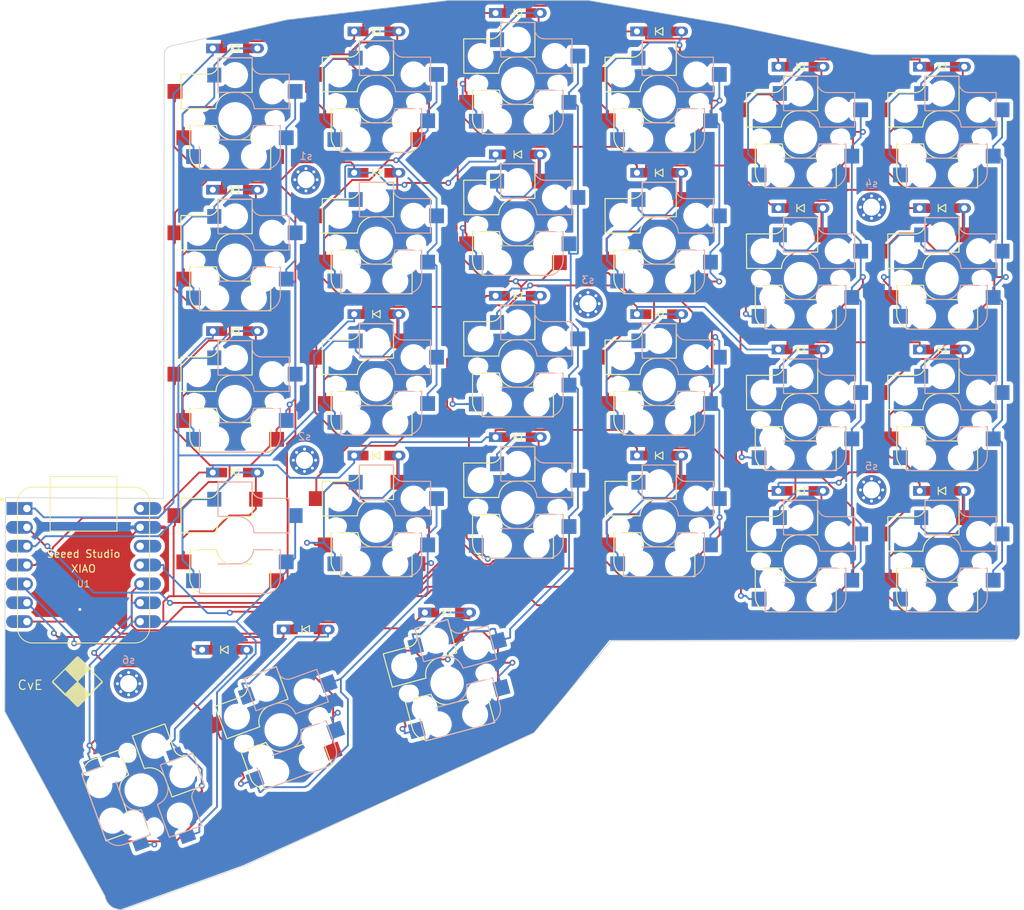
<source format=kicad_pcb>
(kicad_pcb (version 20221018) (generator pcbnew)
  (layers (0 "F.Cu" signal) (31 "B.Cu" signal) (34 "B.Paste" user) (35 "F.Paste" user) (36 "B.SilkS" user "B.Silkscreen") (37 "F.SilkS" user "F.Silkscreen") (38 "B.Mask" user) (39 "F.Mask" user) (44 "Edge.Cuts" user))
  (net 0 "")
  (net 1 "Column 1")
  (net 2 "Column 2")
  (net 3 "Column 6")
  (net 4 "Column 5")
  (net 5 "Column 4")
  (net 6 "Column 3")
  (net 9 "Row 1")
  (net 10 "Row 2")
  (net 11 "Row 3")
  (net 12 "Row 4")
  (net 13 "Row 5")
  (net 14 "Net-(D11-A)")
  (net 15 "Net-(D12-A)")
  (net 16 "Net-(D13-A)")
  (net 17 "Net-(D14-A)")
  (net 18 "Net-(D51-A)")
  (net 19 "Net-(D52-A)")
  (net 20 "Net-(D21-A)")
  (net 21 "Net-(D22-A)")
  (net 22 "Net-(D23-A)")
  (net 23 "Net-(D24-A)")
  (net 24 "Net-(D53-A)")
  (net 25 "Net-(D61-A)")
  (net 26 "Net-(D31-A)")
  (net 27 "Net-(D32-A)")
  (net 28 "Net-(D33-A)")
  (net 29 "Net-(D34-A)")
  (net 30 "Net-(D62-A)")
  (net 31 "Net-(D63-A)")
  (net 32 "Net-(D41-A)")
  (net 33 "Net-(D42-A)")
  (net 34 "Net-(D43-A)")
  (net 35 "Net-(D44-A)")
  (net 36 "Net-(D45-A)")
  (net 37 "Net-(D64-A)")
  (net 38 "Net-(D54-A)")
  (net 39 "Net-(D55-A)")
  (net 40 "Net-(D65-A)")
  (net 41 "ground")
  (footprint "kbd:CherryMX_Choc_Hotswap" (layer "F.Cu") (at 151.6189 56.8901 180)
    (fp_text reference "K42" hide)
    (fp_text value "key" hide)
  )
  (footprint "kbd:D3_TH_SMD_v2" (layer "F.Cu") (at 208.7689 73.6791)
    (fp_text reference "D13" hide)
    (fp_text value "1N4148" hide)
  )
  (footprint "kbd:CherryMX_Choc_Hotswap" (layer "F.Cu") (at 132.5691 97.4661 180)
    (fp_text reference "K54" hide)
    (fp_text value "key" hide)
  )
  (footprint "kbd:D3_TH_SMD_v2" (layer "F.Cu") (at 170.6689 30.8161)
    (fp_text reference "D31" hide)
    (fp_text value "1N4148" hide)
  )
  (footprint "kbd:CherryMX_Choc_Hotswap" (layer "F.Cu") (at 151.6189 37.8401 180)
    (fp_text reference "K41" hide)
    (fp_text value "key" hide)
  )
  (footprint "kbd:D3_TH_SMD_v2" (layer "F.Cu") (at 123.0439 111.3981)
    (fp_text reference "D55" hide)
    (fp_text value "1N4148" hide)
  )
  (footprint "xiaobleseed:XIAO-Generic-Hybrid-14P-2.54-21X17.8MM" (layer "F.Cu") (at 93.1011 102.72)
    (fp_text reference "U1")
    (fp_text value "MOUDLE-SEEEDUINO-XIAO-ESP32S3" hide)
  )
  (footprint "kbd:CherryMX_Choc_Hotswap" (layer "F.Cu") (at 170.6689 97.4661 180)
    (fp_text reference "K34" hide)
    (fp_text value "key" hide)
  )
  (footprint "casper:cve_logo_neg" (layer "F.Cu") (at 95.8775 113.6225 -90)
    (fp_text reference "BOARD_LOGO1" hide)
    (fp_text value "CvE")
  )
  (footprint "kbd:CherryMX_Choc_Hotswap" (layer "F.Cu") (at 208.7689 102.2291 180)
    (fp_text reference "K14" hide)
    (fp_text value "key" hide)
  )
  (footprint "kbd:D3_TH_SMD_v2" (layer "F.Cu") (at 170.6689 68.9161)
    (fp_text reference "D33" hide)
    (fp_text value "1N4148" hide)
  )
  (footprint "kbd:CherryMX_Choc_Hotswap" (layer "F.Cu") (at 132.5691 40.3161 180)
    (fp_text reference "K51" hide)
    (fp_text value "key" hide)
  )
  (footprint "kbd:D3_TH_SMD_v2" (layer "F.Cu") (at 170.6689 87.9661)
    (fp_text reference "D34" hide)
    (fp_text value "1N4148" hide)
  )
  (footprint "kbd:D3_TH_SMD_v2" (layer "F.Cu") (at 112.0822 114.1361)
    (fp_text reference "D65" hide)
    (fp_text value "1N4148" hide)
  )
  (footprint "kbd:CherryMX_Choc_Hotswap" (layer "F.Cu") (at 189.7189 102.2291 180)
    (fp_text reference "K24" hide)
    (fp_text value "key" hide)
  )
  (footprint "kbd:D3_TH_SMD_v2" (layer "F.Cu") (at 132.5691 49.8661)
    (fp_text reference "D52" hide)
    (fp_text value "1N414" hide)
  )
  (footprint "kbd:CherryMX_Choc_Hotswap" (layer "F.Cu") (at 151.6189 94.9901 180)
    (fp_text reference "K44" hide)
    (fp_text value "key" hide)
  )
  (footprint "kbd:D3_TH_SMD_v2" (layer "F.Cu") (at 132.5691 30.8161)
    (fp_text reference "D51" hide)
    (fp_text value "1N4148" hide)
  )
  (footprint "kbd:CherryMX_Choc_Hotswap" (layer "F.Cu") (at 132.5691 59.3661 180)
    (fp_text reference "K52" hide)
    (fp_text value "key" hide)
  )
  (footprint "kbd:CherryMX_Choc_Hotswap" (layer "F.Cu") (at 189.7189 45.0791 180)
    (fp_text reference "K21" hide)
    (fp_text value "key" hide)
  )
  (footprint "kbd:CherryMX_Choc_Hotswap" (layer "F.Cu") (at 113.5189 42.6021 180)
    (fp_text reference "K61" hide)
    (fp_text value "key" hide)
  )
  (footprint "kbd:CherryMX_Choc_Hotswap" (layer "F.Cu") (at 208.7689 45.0791 180)
    (fp_text reference "K11" hide)
    (fp_text value "key" hide)
  )
  (footprint "kbd:CherryMX_Choc_Hotswap" (layer "F.Cu") (at 208.7689 83.1791 180)
    (fp_text reference "K13" hide)
    (fp_text value "key" hide)
  )
  (footprint "kbd:CherryMX_Choc_Hotswap" (layer "F.Cu") (at 170.6689 78.4161 180)
    (fp_text reference "K33" hide)
    (fp_text value "key" hide)
  )
  (footprint "kbd:CherryMX_Choc_Hotswap" (layer "F.Cu") (at 170.6689 59.3661 180)
    (fp_text reference "K32" hide)
    (fp_text value "key" hide)
  )
  (footprint "kbd:CherryMX_Choc_Hotswap" (layer "F.Cu") (at 151.6189 75.9401 180)
    (fp_text reference "K43" hide)
    (fp_text value "key" hide)
  )
  (footprint "kbd:CherryMX_Choc_Hotswap" (layer "F.Cu") (at 189.7189 83.1791 180)
    (fp_text reference "K23" hide)
    (fp_text value "key" hide)
  )
  (footprint "kbd:D3_TH_SMD_v2" (layer "F.Cu") (at 151.6189 47.3901)
    (fp_text reference "D42" hide)
    (fp_text value "1N4148" hide)
  )
  (footprint "kbd:D3_TH_SMD_v2" (layer "F.Cu") (at 132.5691 87.9661)
    (fp_text reference "D54" hide)
    (fp_text value "1N4148" hide)
  )
  (footprint "kbd:D3_TH_SMD_v2" (layer "F.Cu") (at 113.5189 33.1021)
    (fp_text reference "D61" hide)
    (fp_text value "1N4148" hide)
  )
  (footprint "kbd:CherryMX_Choc_Hotswap" (layer "F.Cu") (at 189.7189 64.1291 180)
    (fp_text reference "K22" hide)
    (fp_text value "key" hide)
  )
  (footprint "kbd:D3_TH_SMD_v2" (layer "F.Cu") (at 170.6689 49.8661)
    (fp_text reference "D32" hide)
    (fp_text value "1N4148" hide)
  )
  (footprint "kbd:D3_TH_SMD_v2" (layer "F.Cu") (at 208.7689 92.7291)
    (fp_text reference "D14" hide)
    (fp_text value "1N4148" hide)
  )
  (footprint "kbd:D3_TH_SMD_v2" (layer "F.Cu") (at 189.7189 54.6291)
    (fp_text reference "D22" hide)
    (fp_text value "1N4148" hide)
  )
  (footprint "kbd:D3_TH_SMD_v2" (layer "F.Cu") (at 151.6189 85.4901)
    (fp_text reference "D44" hide)
    (fp_text value "1N4148" hide)
  )
  (footprint "kbd:CherryMX_Choc_Hotswap" (layer "F.Cu") (at 132.5691 78.4161 180)
    (fp_text reference "K53" hide)
    (fp_text value "key" hide)
  )
  (footprint "kbd:D3_TH_SMD_v2" (layer "F.Cu") (at 189.7189 73.6791)
    (fp_text reference "D23" hide)
    (fp_text value "1N4148" hide)
  )
  (footprint "kbd:D3_TH_SMD_v2" (layer "F.Cu") (at 113.5189 71.2021)
    (fp_text reference "D63" hide)
    (fp_text value "1N4148" hide)
  )
  (footprint "kbd:CherryMX_Choc_Hotswap" (layer "F.Cu") (at 170.6689 40.3161 180)
    (fp_text reference "K31" hide)
    (fp_text value "key" hide)
  )
  (footprint "kbd:D3_TH_SMD_v2" (layer "F.Cu") (at 151.6189 28.3401)
    (fp_text reference "D41" hide)
    (fp_text value "1N4148" hide)
  )
  (footprint "kbd:CherryMX_Choc_Hotswap" (layer "F.Cu") (at 208.7689 64.1291 180)
    (fp_text reference "K12" hide)
    (fp_text value "key" hide)
  )
  (footprint "kbd:D3_TH_SMD_v2" (layer "F.Cu") (at 132.5691 68.9161)
    (fp_text reference "D53" hide)
    (fp_text value "1N4148" hide)
  )
  (footprint "kbd:D3_TH_SMD_v2" (layer "F.Cu") (at 189.7189 92.7291)
    (fp_text reference "D24" hide)
    (fp_text value "1N4148" hide)
  )
  (footprint "kbd:CherryMX_Choc_Hotswap" (layer "F.Cu") (at 113.5189 99.7521 180)
    (fp_text reference "K64" hide)
    (fp_text value "key" hide)
  )
  (footprint "kbd:D3_TH_SMD_v2" (layer "F.Cu") (at 189.7189 35.5791)
    (fp_text reference "D21" hide)
    (fp_text value "1N4148" hide)
  )
  (footprint "kbd:CherryMX_Choc_Hotswap" (layer "F.Cu") (at 113.5189 80.7021 180)
    (fp_text reference "K63" hide)
    (fp_text value "key" hide)
  )
  (footprint "kbd:D3_TH_SMD_v2" (layer "F.Cu") (at 151.6189 66.4401)
    (fp_text reference "D43" hide)
    (fp_text value "1N414" hide)
  )
  (footprint "kbd:D3_TH_SMD_v2" (layer "F.Cu") (at 208.7689 35.5791)
    (fp_text reference "D11" hide)
    (fp_text value "diodes:1N4148" hide)
  )
  (footprint "kbd:D3_TH_SMD_v2" (layer "F.Cu") (at 113.5189 90.2521)
    (fp_text reference "D64" hide)
    (fp_text value "1N4148" hide)
  )
  (footprint "kbd:D3_TH_SMD_v2" (layer "F.Cu") (at 113.5189 52.1521)
    (fp_text reference "D62" hide)
    (fp_text value "1N4148" hide)
  )
  (footprint "kbd:CherryMX_Choc_Hotswap" (layer "F.Cu") (at 113.5189 61.6521 180)
    (fp_text reference "K62" hide)
    (fp_text value "key" hide)
  )
  (footprint "kbd:D3_TH_SMD_v2" (layer "F.Cu") (at 208.7689 54.6291)
    (fp_text reference "D12" hide)
    (fp_text value "1N4148" hide)
  )
  (footprint "kbd:D3_TH_SMD_v2" (layer "F.Cu") (at 142.0939 109.1121)
    (fp_text reference "D45" hide)
    (fp_text value "1N4148" hide)
  )
  (footprint "kbd:M2_HOLE_v3" (layer "B.Cu") (at 199.2761 92.6 180)
    (fp_text reference "s5")
    (fp_text value "Val**")
  )
  (footprint "kbd:M2_HOLE_v3" (layer "B.Cu") (at 123.0761 50.8 180)
    (fp_text reference "s1")
    (fp_text value "Val**")
  )
  (footprint "kbd:CherryMX_Choc_Hotswap_1.5u" (layer "B.Cu") (at 100.8822 133.0361 20)
    (fp_text reference "K65" hide)
    (fp_text value "key" hide)
  )
  (footprint "kbd:M2_HOLE_v3" (layer "B.Cu") (at 199.2761 54.5 180)
    (fp_text reference "s4")
    (fp_text value "Val**")
  )
  (footprint "kbd:M2_HOLE_v3" (layer "B.Cu") (at 99.1761 118.7 180)
    (fp_text reference "s6")
    (fp_text value "Val**")
  )
  (footprint "kbd:CherryMX_Choc_Hotswap" (layer "B.Cu") (at 119.7287 124.9269 20)
    (fp_text reference "K55" hide)
    (fp_text value "key" hide)
  )
  (footprint "kbd:M2_HOLE_v3" (layer "B.Cu") (at 161.0761 67.5 180)
    (fp_text reference "s3")
    (fp_text value "Val**")
  )
  (footprint "kbd:M2_HOLE_v3" (layer "B.Cu") (at 122.8761 88.6 180)
    (fp_text reference "s2")
    (fp_text value "Val**")
  )
  (footprint "kbd:CherryMX_Choc_Hotswap" (layer "B.Cu") (at 142.0939 118.6121 15)
    (fp_text reference "K45" hide)
    (fp_text value "key" hide)
  )
  (gr_arc (start 219.282198 111.8361) (mid 219.060016 112.572495) (end 218.3822 112.936098) (stroke (width 0.1)) (layer "Edge.Cuts"))
  (gr_line (start 82.5822 93.6361) (end 82.4822 122.4361) (stroke (width 0.1)) (layer "Edge.Cuts"))
  (gr_line (start 120.4822 29.2361) (end 105.1822 32.7361) (stroke (width 0.1)) (layer "Edge.Cuts"))
  (gr_line (start 169.9822 112.9361) (end 218.3822 112.9361) (stroke (width 0.1)) (layer "Edge.Cuts"))
  (gr_line (start 161.1822 26.6361) (end 142.1822 26.6361) (stroke (width 0.1)) (layer "Edge.Cuts"))
  (gr_line (start 103.8822 93.7361) (end 82.5822 93.6361) (stroke (width 0.1)) (layer "Edge.Cuts"))
  (gr_line (start 164.9822 112.9361) (end 169.9822 112.9361) (stroke (width 0.1)) (layer "Edge.Cuts"))
  (gr_line (start 218.2822 33.9361) (end 199.2822 33.9361) (stroke (width 0.1)) (layer "Edge.Cuts"))
  (gr_line (start 219.282199 111.8361) (end 219.2822 34.9361) (stroke (width 0.1)) (layer "Edge.Cuts"))
  (gr_line (start 164.9822 112.9361) (end 164.1822 112.9361) (stroke (width 0.1)) (layer "Edge.Cuts"))
  (gr_line (start 103.9822 33.9361) (end 103.8822 93.7361) (stroke (width 0.1)) (layer "Edge.Cuts"))
  (gr_line (start 98.384644 149.162984) (end 114.7822 143.2361) (stroke (width 0.1)) (layer "Edge.Cuts"))
  (gr_line (start 199.2822 33.9361) (end 180.3822 29.9361) (stroke (width 0.1)) (layer "Edge.Cuts"))
  (gr_line (start 180.3822 29.9361) (end 161.1822 26.6361) (stroke (width 0.1)) (layer "Edge.Cuts"))
  (gr_line (start 114.7822 143.2361) (end 153.7822 125.3361) (stroke (width 0.1)) (layer "Edge.Cuts"))
  (gr_arc (start 98.384644 149.162984) (mid 96.828711 148.716005) (end 95.982201 147.3361) (stroke (width 0.1)) (layer "Edge.Cuts"))
  (gr_arc (start 218.2822 33.9361) (mid 218.989307 34.228993) (end 219.2822 34.9361) (stroke (width 0.1)) (layer "Edge.Cuts"))
  (gr_line (start 82.4822 122.4361) (end 95.9822 147.3361) (stroke (width 0.1)) (layer "Edge.Cuts"))
  (gr_line (start 142.1822 26.6361) (end 120.4822 29.2361) (stroke (width 0.1)) (layer "Edge.Cuts"))
  (gr_arc (start 103.9822 33.9361) (mid 104.333672 33.087572) (end 105.1822 32.7361) (stroke (width 0.1)) (layer "Edge.Cuts"))
  (gr_line (start 164.1822 112.9361) (end 153.7822 125.3361) (stroke (width 0.1)) (layer "Edge.Cuts"))
  (segment (start 200.6689 79.4791) (end 200.6689 80.806) (width 0.25) (layer "F.Cu") (net 1))
  (segment (start 204.0094 109.4172) (end 212.2608 109.4172) (width 0.25) (layer "F.Cu") (net 1))
  (segment (start 200.6689 42.706) (end 200.5216 42.8533) (width 0.25) (layer "F.Cu") (net 1))
  (segment (start 209.2435 92.3594) (end 207.5977 94.0052) (width 0.25) (layer "F.Cu") (net 1))
  (segment (start 211.6721 62.554) (end 214.9023 62.554) (width 0.25) (layer "F.Cu") (net 1))
  (segment (start 200.4805 80.9944) (end 200.4805 86.8526) (width 0.25) (layer "F.Cu") (net 1))
  (segment (start 209.5426 60.4245) (end 211.6721 62.554) (width 0.25) (layer "F.Cu") (net 1))
  (segment (start 209.2435 92.1305) (end 210.4516 90.9224) (width 0.25) (layer "F.Cu") (net 1))
  (segment (start 200.6689 41.3791) (end 200.6689 42.706) (width 0.25) (layer "F.Cu") (net 1))
  (segment (start 139.1799 106.9) (end 122.246584 106.9) (width 0.25) (layer "F.Cu") (net 1))
  (segment (start 208.8505 54.4583) (end 210.4864 52.8224) (width 0.25) (layer "F.Cu") (net 1))
  (segment (start 122.246584 106.9) (end 116.731584 112.415) (width 0.25) (layer "F.Cu") (net 1))
  (segment (start 202.9979 88.2491) (end 205.6551 90.9063) (width 0.25) (layer "F.Cu") (net 1))
  (segment (start 159.0371 108.1371) (end 154.2371 108.1371) (width 0.25) (layer "F.Cu") (net 1))
  (segment (start 203.0395 58.0585) (end 205.656 58.0585) (width 0.25) (layer "F.Cu") (net 1))
  (segment (start 89 111.8) (end 89.1 111.9) (width 0.25) (layer "F.Cu") (net 1))
  (segment (start 200.5216 48.8113) (end 204.8137 53.1034) (width 0.25) (layer "F.Cu") (net 1))
  (segment (start 215.8192 63.4709) (end 215.8192 63.9183) (width 0.25) (layer "F.Cu") (net 1))
  (segment (start 215.8192 63.9183) (end 215.8192 66.4319) (width 0.25) (layer "F.Cu") (net 1))
  (segment (start 200.4908 105.8986) (end 200.5961 106.0039) (width 0.25) (layer "F.Cu") (net 1))
  (segment (start 154.2371 108.1371) (end 152.2 106.1) (width 0.25) (layer "F.Cu") (net 1))
  (segment (start 210.4516 71.8724) (end 208.8505 73.4735) (width 0.25) (layer "F.Cu") (net 1))
  (segment (start 200.5961 106.0039) (end 197.4159 109.1841) (width 0.25) (layer "F.Cu") (net 1))
  (segment (start 116.731584 112.415) (end 89.615 112.415) (width 0.25) (layer "F.Cu") (net 1))
  (segment (start 205.1928 94.0052) (end 200.6689 98.5291) (width 0.25) (layer "F.Cu") (net 1))
  (segment (start 197.4159 109.1841) (end 160.0841 109.1841) (width 0.25) (layer "F.Cu") (net 1))
  (segment (start 217.3705 63.9183) (end 215.8192 63.9183) (width 0.25) (layer "F.Cu") (net 1))
  (segment (start 215.8192 66.4319) (end 214.3689 67.8822) (width 0.25) (layer "F.Cu") (net 1))
  (segment (start 160.0841 109.1841) (end 159.0371 108.1371) (width 0.25) (layer "F.Cu") (net 1))
  (segment (start 207.5977 94.0052) (end 205.1928 94.0052) (width 0.25) (layer "F.Cu") (net 1))
  (segment (start 200.5216 42.8533) (end 200.5216 48.8113) (width 0.25) (layer "F.Cu") (net 1))
  (segment (start 214.3689 69.2091) (end 211.7056 71.8724) (width 0.25) (layer "F.Cu") (net 1))
  (segment (start 214.3689 69.2091) (end 214.3689 67.8822) (width 0.25) (layer "F.Cu") (net 1))
  (segment (start 212.2608 109.4172) (end 214.3689 107.3091) (width 0.25) (layer "F.Cu") (net 1))
  (segment (start 209.2435 92.1305) (end 209.2435 92.3594) (width 0.25) (layer "F.Cu") (net 1))
  (segment (start 211.7056 90.9224) (end 214.3689 88.2591) (width 0.25) (layer "F.Cu") (net 1))
  (segment (start 211.7056 71.8724) (end 210.4516 71.8724) (width 0.25) (layer "F.Cu") (net 1))
  (segment (start 200.6689 98.5291) (end 200.6689 99.856) (width 0.25) (layer "F.Cu") (net 1))
  (segment (start 200.6689 60.4291) (end 203.0395 58.0585) (width 0.25) (layer "F.Cu") (net 1))
  (segment (start 89.615 112.415) (end 89.1 111.9) (width 0.25) (layer "F.Cu") (net 1))
  (segment (start 208.0193 90.9063) (end 209.2435 92.1305) (width 0.25) (layer "F.Cu") (net 1))
  (segment (start 205.1928 74.9552) (end 200.6689 79.4791) (width 0.25) (layer "F.Cu") (net 1))
  (segment (start 208.8505 73.4735) (end 208.8505 73.7024) (width 0.25) (layer "F.Cu") (net 1))
  (segment (start 139.9799 106.1) (end 139.1799 106.9) (width 0.25) (layer "F.Cu") (net 1))
  (segment (start 205.6551 90.9063) (end 208.0193 90.9063) (width 0.25) (layer "F.Cu") (net 1))
  (segment (start 214.9023 62.554) (end 215.8192 63.4709) (width 0.25) (layer "F.Cu") (net 1))
  (segment (start 207.4956 53.1034) (end 208.8505 54.4583) (width 0.25) (layer "F.Cu") (net 1))
  (segment (start 200.6689 80.806) (end 200.4805 80.9944) (width 0.25) (layer "F.Cu") (net 1))
  (segment (start 208.8505 54.4583) (end 208.8505 54.864) (width 0.25) (layer "F.Cu") (net 1))
  (segment (start 200.5961 106.0039) (end 204.0094 109.4172) (width 0.25) (layer "F.Cu") (net 1))
  (segment (start 207.5977 74.9552) (end 205.1928 74.9552) (width 0.25) (layer "F.Cu") (net 1))
  (segment (start 210.4864 52.8224) (end 211.7056 52.8224) (width 0.25) (layer "F.Cu") (net 1))
  (segment (start 200.4805 86.8526) (end 201.877 88.2491) (width 0.25) (layer "F.Cu") (net 1))
  (segment (start 208.022 60.4245) (end 209.5426 60.4245) (width 0.25) (layer "F.Cu") (net 1))
  (segment (start 210.4516 90.9224) (end 211.7056 90.9224) (width 0.25) (layer "F.Cu") (net 1))
  (segment (start 204.8137 53.1034) (end 207.4956 53.1034) (width 0.25) (layer "F.Cu") (net 1))
  (segment (start 208.8505 73.7024) (end 207.5977 74.9552) (width 0.25) (layer "F.Cu") (net 1))
  (segment (start 200.6689 99.856) (end 200.4908 100.0341) (width 0.25) (layer "F.Cu") (net 1))
  (segment (start 205.656 58.0585) (end 208.022 60.4245) (width 0.25) (layer "F.Cu") (net 1))
  (segment (start 200.4908 100.0341) (end 200.4908 105.8986) (width 0.25) (layer "F.Cu") (net 1))
  (segment (start 201.877 88.2491) (end 202.9979 88.2491) (width 0.25) (layer "F.Cu") (net 1))
  (segment (start 208.8505 54.864) (end 205.656 58.0585) (width 0.25) (layer "F.Cu") (net 1))
  (segment (start 152.2 106.1) (end 139.9799 106.1) (width 0.25) (layer "F.Cu") (net 1))
  (segment (start 211.7056 52.8224) (end 214.3689 50.1591) (width 0.25) (layer "F.Cu") (net 1))
  (via (at 89.1 111.9) (size 0.8) (drill 0.4) (layers "F.Cu" "B.Cu") (net 1))
  (via (at 217.3705 63.9183) (size 0.8) (drill 0.4) (layers "F.Cu" "B.Cu") (net 1))
  (segment (start 215.6689 47.6191) (end 215.6689 46.9556) (width 0.25) (layer "B.Cu") (net 1))
  (segment (start 89.1 111.9) (end 89.1 111.4239) (width 0.25) (layer "B.Cu") (net 1))
  (segment (start 215.6689 104.7691) (end 215.6689 103.4422) (width 0.25) (layer "B.Cu") (net 1))
  (segment (start 215.6689 46.2922) (end 216.8689 45.0922) (width 0.25) (layer "B.Cu") (net 1))
  (segment (start 215.6689 85.7191) (end 215.6689 85.0556) (width 0.25) (layer "B.Cu") (net 1))
  (segment (start 215.6689 66.6691) (end 215.6689 66.0056) (width 0.25) (layer "B.Cu") (net 1))
  (segment (start 215.6689 66.0056) (end 215.6689 65.3422) (width 0.25) (layer "B.Cu") (net 1))
  (segment (start 215.6689 85.0556) (end 216.8689 86.2556) (width 0.25) (layer "B.Cu") (net 1))
  (segment (start 216.8689 64.1422) (end 216.8689 63.9183) (width 0.25) (layer "B.Cu") (net 1))
  (segment (start 216.8689 63.9183) (end 216.8689 60.4291) (width 0.25) (layer "B.Cu") (net 1))
  (segment (start 215.6689 66.0056) (end 216.8689 67.2056) (width 0.25) (layer "B.Cu") (net 1))
  (segment (start 215.6689 65.3422) (end 216.8689 64.1422) (width 0.25) (layer "B.Cu") (net 1))
  (segment (start 215.6689 103.4422) (end 216.8689 102.2422) (width 0.25) (layer "B.Cu") (net 1))
  (segment (start 216.8689 63.9183) (end 217.3705 63.9183) (width 0.25) (layer "B.Cu") (net 1))
  (segment (start 215.6689 46.9556) (end 215.6689 46.2922) (width 0.25) (layer "B.Cu") (net 1))
  (segment (start 216.8689 83.1922) (end 216.8689 79.4791) (width 0.25) (layer "B.Cu") (net 1))
  (segment (start 216.8689 67.2056) (end 216.8689 79.4791) (width 0.25) (layer "B.Cu") (net 1))
  (segment (start 216.8689 48.1556) (end 216.8689 60.4291) (width 0.25) (layer "B.Cu") (net 1))
  (segment (start 216.8689 102.2422) (end 216.8689 98.5291) (width 0.25) (layer "B.Cu") (net 1))
  (segment (start 216.8689 45.0922) (end 216.8689 41.3791) (width 0.25) (layer "B.Cu") (net 1))
  (segment (start 216.8689 86.2556) (end 216.8689 98.5291) (width 0.25) (layer "B.Cu") (net 1))
  (segment (start 215.6689 85.0556) (end 215.6689 84.3922) (width 0.25) (layer "B.Cu") (net 1))
  (segment (start 89.1 111.4239) (end 85.4761 107.8) (width 0.25) (layer "B.Cu") (net 1))
  (segment (start 215.6689 84.3922) (end 216.8689 83.1922) (width 0.25) (layer "B.Cu") (net 1))
  (segment (start 215.6689 46.9556) (end 216.8689 48.1556) (width 0.25) (layer "B.Cu") (net 1))
  (segment (start 185.5792 39.3022) (end 188.7791 42.5021) (width 0.25) (layer "F.Cu") (net 2))
  (segment (start 122.060188 106.45) (end 138.513604 106.45) (width 0.25) (layer "F.Cu") (net 2))
  (segment (start 195.8242 43.504) (end 196.7854 44.4652) (width 0.25) (layer "F.Cu") (net 2))
  (segment (start 196.8166 95.0834) (end 192.6556 90.9224) (width 0.25) (layer "F.Cu") (net 2))
  (segment (start 181.7819 41.3791) (end 181.7819 41.379) (width 0.25) (layer "F.Cu") (net 2))
  (segment (start 189.0175 93.5354) (end 188.5477 94.0052) (width 0.25) (layer "F.Cu") (net 2))
  (segment (start 181.6189 60.4291) (end 181.6189 61.756) (width 0.25) (layer "F.Cu") (net 2))
  (segment (start 181.0203 88.5079) (end 181.0203 81.4046) (width 0.25) (layer "F.Cu") (net 2))
  (segment (start 196.7854 44.4652) (end 196.7854 47.3657) (width 0.25) (layer "F.Cu") (net 2))
  (segment (start 181.0203 81.4046) (end 181.6189 80.806) (width 0.25) (layer "F.Cu") (net 2))
  (segment (start 191.6203 42.5022) (end 192.6221 43.504) (width 0.25) (layer "F.Cu") (net 2))
  (segment (start 192.6556 90.9224) (end 195.3189 88.2591) (width 0.25) (layer "F.Cu") (net 2))
  (segment (start 192.6221 43.504) (end 195.8242 43.504) (width 0.25) (layer "F.Cu") (net 2))
  (segment (start 189.0175 90.9224) (end 189.0175 93.5354) (width 0.25) (layer "F.Cu") (net 2))
  (segment (start 181.6189 71.2883) (end 193.2397 71.2883) (width 0.25) (layer "F.Cu") (net 2))
  (segment (start 138.513604 106.45) (end 139.313604 105.65) (width 0.25) (layer "F.Cu") (net 2))
  (segment (start 188.5477 94.0052) (end 186.1428 94.0052) (width 0.25) (layer "F.Cu") (net 2))
  (segment (start 85.4761 110.34) (end 96.376396 110.34) (width 0.25) (layer "F.Cu") (net 2))
  (segment (start 195.3189 105.9822) (end 196.8166 104.4845) (width 0.25) (layer "F.Cu") (net 2))
  (segment (start 196.7854 47.3657) (end 195.3189 48.8322) (width 0.25) (layer "F.Cu") (net 2))
  (segment (start 139.313604 105.65) (end 175.8249 105.65) (width 0.25) (layer "F.Cu") (net 2))
  (segment (start 198.1151 65.086) (end 198.1151 63.9183) (width 0.25) (layer "F.Cu") (net 2))
  (segment (start 195.3189 50.1591) (end 195.3189 48.8322) (width 0.25) (layer "F.Cu") (net 2))
  (segment (start 181.6189 61.756) (end 181.446 61.9289) (width 0.25) (layer "F.Cu") (net 2))
  (segment (start 192.6556 90.9224) (end 189.0175 90.9224) (width 0.25) (layer "F.Cu") (net 2))
  (segment (start 186.1428 94.0052) (end 181.6189 98.5291) (width 0.25) (layer "F.Cu") (net 2))
  (segment (start 181.446 71.1154) (end 181.6189 71.2883) (width 0.25) (layer "F.Cu") (net 2))
  (segment (start 195.3189 107.3091) (end 195.3189 105.9822) (width 0.25) (layer "F.Cu") (net 2))
  (segment (start 195.3189 67.8822) (end 198.1151 65.086) (width 0.25) (layer "F.Cu") (net 2))
  (segment (start 116.545188 111.965) (end 122.060188 106.45) (width 0.25) (layer "F.Cu") (net 2))
  (segment (start 183.4348 90.9224) (end 181.0203 88.5079) (width 0.25) (layer "F.Cu") (net 2))
  (segment (start 181.6189 79.4791) (end 181.6189 78.1522) (width 0.25) (layer "F.Cu") (net 2))
  (segment (start 181.6189 99.856) (end 181.6189 98.5291) (width 0.25) (layer "F.Cu") (net 2))
  (segment (start 188.7791 42.5022) (end 191.6203 42.5022) (width 0.25) (layer "F.Cu") (net 2))
  (segment (start 98.001396 111.965) (end 116.545188 111.965) (width 0.25) (layer "F.Cu") (net 2))
  (segment (start 193.2397 71.2883) (end 195.3189 69.2091) (width 0.25) (layer "F.Cu") (net 2))
  (segment (start 96.376396 110.34) (end 98.001396 111.965) (width 0.25) (layer "F.Cu") (net 2))
  (segment (start 195.3189 69.2091) (end 195.3189 67.8822) (width 0.25) (layer "F.Cu") (net 2))
  (segment (start 188.7791 42.5021) (end 188.7791 42.5022) (width 0.25) (layer "F.Cu") (net 2))
  (segment (start 196.8166 104.4845) (end 196.8166 95.0834) (width 0.25) (layer "F.Cu") (net 2))
  (segment (start 181.7819 41.379) (end 183.8587 39.3022) (width 0.25) (layer "F.Cu") (net 2))
  (segment (start 189.0175 90.9224) (end 183.4348 90.9224) (width 0.25) (layer "F.Cu") (net 2))
  (segment (start 181.6189 71.2883) (end 181.6189 78.1522) (width 0.25) (layer "F.Cu") (net 2))
  (segment (start 183.8587 39.3022) (end 185.5792 39.3022) (width 0.25) (layer "F.Cu") (net 2))
  (segment (start 181.6189 41.3791) (end 181.7819 41.3791) (width 0.25) (layer "F.Cu") (net 2))
  (segment (start 196.8957 44.3549) (end 196.7854 44.4652) (width 0.25) (layer "F.Cu") (net 2))
  (segment (start 181.446 61.9289) (end 181.446 71.1154) (width 0.25) (layer "F.Cu") (net 2))
  (segment (start 175.8249 105.65) (end 181.6189 99.856) (width 0.25) (layer "F.Cu") (net 2))
  (segment (start 181.6189 79.4791) (end 181.6189 80.806) (width 0.25) (layer "F.Cu") (net 2))
  (segment (start 198.1151 44.3549) (end 196.8957 44.3549) (width 0.25) (layer "F.Cu") (net 2))
  (via (at 198.1151 44.3549) (size 0.8) (drill 0.4) (layers "F.Cu" "B.Cu") (net 2))
  (via (at 198.1151 63.9183) (size 0.8) (drill 0.4) (layers "F.Cu" "B.Cu") (net 2))
  (segment (start 196.6189 96.0022) (end 197.8189 97.2022) (width 0.25) (layer "B.Cu") (net 2))
  (segment (start 197.8189 60.4291) (end 197.8189 59.1022) (width 0.25) (layer "B.Cu") (net 2))
  (segment (start 196.6189 46.2922) (end 197.8189 45.0922) (width 0.25) (layer "B.Cu") (net 2))
  (segment (start 197.8189 98.5291) (end 197.8189 97.2022) (width 0.25) (layer "B.Cu") (net 2))
  (segment (start 197.8189 63.9183) (end 197.8189 60.4291) (width 0.25) (layer "B.Cu") (net 2))
  (segment (start 197.8189 44.3549) (end 197.8189 41.3791) (width 0.25) (layer "B.Cu") (net 2))
  (segment (start 196.6189 85.7191) (end 196.6189 96.0022) (width 0.25) (layer "B.Cu") (net 2))
  (segment (start 196.6189 85.4823) (end 196.6189 84.3922) (width 0.25) (layer "B.Cu") (net 2))
  (segment (start 196.6189 66.0056) (end 197.8189 67.2056) (width 0.25) (layer "B.Cu") (net 2))
  (segment (start 196.6189 47.6191) (end 196.6189 57.9022) (width 0.25) (layer "B.Cu") (net 2))
  (segment (start 196.6189 66.0056) (end 196.6189 65.3422) (width 0.25) (layer "B.Cu") (net 2))
  (segment (start 197.8189 83.1922) (end 197.8189 79.4791) (width 0.25) (layer "B.Cu") (net 2))
  (segment (start 196.6189 57.9022) (end 197.8189 59.1022) (width 0.25) (layer "B.Cu") (net 2))
  (segment (start 196.6189 104.7691) (end 196.6189 103.4422) (width 0.25) (layer "B.Cu") (net 2))
  (segment (start 196.6189 47.6191) (end 196.6189 46.2922) (width 0.25) (layer "B.Cu") (net 2))
  (segment (start 196.6189 66.6691) (end 196.6189 66.0056) (width 0.25) (layer "B.Cu") (net 2))
  (segment (start 196.6189 85.4823) (end 196.6189 85.7191) (width 0.25) (layer "B.Cu") (net 2))
  (segment (start 197.8189 67.2056) (end 197.8189 79.4791) (width 0.25) (layer "B.Cu") (net 2))
  (segment (start 198.1151 63.9183) (end 197.8189 63.9183) (width 0.25) (layer "B.Cu") (net 2))
  (segment (start 196.6189 65.3422) (end 197.8189 64.1422) (width 0.25) (layer "B.Cu") (net 2))
  (segment (start 197.8189 102.2422) (end 197.8189 98.5291) (width 0.25) (layer "B.Cu") (net 2))
  (segment (start 196.6189 103.4422) (end 197.8189 102.2422) (width 0.25) (layer "B.Cu") (net 2))
  (segment (start 197.8189 64.1422) (end 197.8189 63.9183) (width 0.25) (layer "B.Cu") (net 2))
  (segment (start 197.8189 44.3549) (end 198.1151 44.3549) (width 0.25) (layer "B.Cu") (net 2))
  (segment (start 196.6189 84.3922) (end 197.8189 83.1922) (width 0.25) (layer "B.Cu") (net 2))
  (segment (start 197.8189 45.0922) (end 197.8189 44.3549) (width 0.25) (layer "B.Cu") (net 2))
  (segment (start 109.8052 50.849) (end 105.292 46.3358) (width 0.25) (layer "F.Cu") (net 3))
  (segment (start 105.292 40.3559) (end 105.4189 40.229) (width 0.25) (layer "F.Cu") (net 3))
  (segment (start 112.8175 72.0084) (end 112.8175 69.3954) (width 0.25) (layer "F.Cu") (net 3))
  (segment (start 112.7719 91.104) (end 112.7719 89.2752) (width 0.25) (layer "F.Cu") (net 3))
  (segment (start 119.1189 104.8321) (end 117.0346 106.9164) (width 0.25) (layer "F.Cu") (net 3))
  (segment (start 105.4189 96.0521) (end 109.9428 91.5282) (width 0.25) (layer "F.Cu") (net 3))
  (segment (start 105.292 46.3358) (end 105.292 40.3559) (width 0.25) (layer "F.Cu") (net 3))
  (segment (start 105.4189 57.9521) (end 105.4189 55.2353) (width 0.25) (layer "F.Cu") (net 3))
  (segment (start 119.1189 85.7821) (end 119.1189 84.4552) (width 0.25) (layer "F.Cu") (net 3))
  (segment (start 105.2401 106.9164) (end 105.2401 97.5578) (width 0.25) (layer "F.Cu") (net 3))
  (segment (start 110.141 89.2752) (end 105.2651 84.3993) (width 0.25) (layer "F.Cu") (net 3))
  (segment (start 94.5543 128.1028) (end 94.5543 127.6707) (width 0.25) (layer "F.Cu") (net 3))
  (segment (start 112.3477 72.4782) (end 112.8175 72.0084) (width 0.25) (layer "F.Cu") (net 3))
  (segment (start 105.2401 97.5578) (end 105.4189 97.379) (width 0.25) (layer "F.Cu") (net 3))
  (segment (start 120.8721 82.702) (end 120.8721 81.0843) (width 0.25) (layer "F.Cu") (net 3))
  (segment (start 101.0894 122.7872) (end 98.1696 122.7872) (width 0.25) (layer "F.Cu") (net 3))
  (segment (start 105.2401 106.9164) (end 104.6291 106.9164) (width 0.25) (layer "F.Cu") (net 3))
  (segment (start 96.1696 127.5149) (end 94.5543 128.1028) (width 0.25) (layer "F.Cu") (net 3))
  (segment (start 105.4189 77.0021) (end 105.4189 78.329) (width 0.25) (layer "F.Cu") (net 3))
  (segment (start 112.7719 89.2752) (end 115.6258 89.2752) (width 0.25) (layer "F.Cu") (net 3))
  (segment (start 110.2538 50.4004) (end 116.4006 50.4004) (width 0.25) (layer "F.Cu") (net 3))
  (segment (start 100.7261 110.34) (end 103.853 110.34) (width 0.25) (layer "F.Cu") (net 3))
  (segment (start 109.9428 72.4782) (end 112.3477 72.4782) (width 0.25) (layer "F.Cu") (net 3))
  (segment (start 119.1189 84.4552) (end 120.8721 82.702) (width 0.25) (layer "F.Cu") (net 3))
  (segment (start 105.4189 57.9521) (end 105.4189 59.279) (width 0.25) (layer "F.Cu") (net 3))
  (segment (start 105.4189 96.0521) (end 105.4189 97.379) (width 0.25) (layer "F.Cu") (net 3))
  (segment (start 103.853 107.6925) (end 103.853 110.34) (width 0.25) (layer "F.Cu") (net 3))
  (segment (start 105.4189 77.0021) (end 109.9428 72.4782) (width 0.25) (layer "F.Cu") (net 3))
  (segment (start 116.4006 50.4004) (end 119.1189 47.6821) (width 0.25) (layer "F.Cu") (net 3))
  (segment (start 105.4189 55.2353) (end 109.8052 50.849) (width 0.25) (layer "F.Cu") (net 3))
  (segment (start 115.6258 89.2752) (end 119.1189 85.7821) (width 0.25) (layer "F.Cu") (net 3))
  (segment (start 101.6229 124.2531) (end 101.0894 122.7872) (width 0.25) (layer "F.Cu") (net 3))
  (segment (start 116.4556 69.3954) (end 112.8175 69.3954) (width 0.25) (layer "F.Cu") (net 3))
  (segment (start 112.7719 89.2752) (end 110.141 89.2752) (width 0.25) (layer "F.Cu") (net 3))
  (segment (start 105.255 65.367) (end 105.255 59.4429) (width 0.25) (layer "F.Cu") (net 3))
  (segment (start 98.1696 122.7872) (end 93.9202 127.0366) (width 0.25) (layer "F.Cu") (net 3))
  (segment (start 105.4189 38.9021) (end 105.4189 40.229) (width 0.25) (layer "F.Cu") (net 3))
  (segment (start 119.1189 66.7321) (end 116.4556 69.3954) (width 0.25) (layer "F.Cu") (net 3))
  (segment (start 104.6291 106.9164) (end 103.853 107.6925) (width 0.25) (layer "F.Cu") (net 3))
  (segment (start 117.0346 106.9164) (end 105.2401 106.9164) (width 0.25) (layer "F.Cu") (net 3))
  (segment (start 94.5543 127.6707) (end 93.9202 127.0366) (width 0.25) (layer "F.Cu") (net 3))
  (segment (start 109.8052 50.849) (end 110.2538 50.4004) (width 0.25) (layer "F.Cu") (net 3))
  (segment (start 109.2834 69.3954) (end 105.255 65.367) (width 0.25) (layer "F.Cu") (net 3))
  (segment (start 109.9428 91.5282) (end 112.3477 91.5282) (width 0.25) (layer "F.Cu") (net 3))
  (segment (start 105.255 59.4429) (end 105.4189 59.279) (width 0.25) (layer "F.Cu") (net 3))
  (segment (start 112.8175 69.3954) (end 109.2834 69.3954) (width 0.25) (layer "F.Cu") (net 3))
  (segment (start 105.2651 84.3993) (end 105.2651 78.4828) (width 0.25) (layer "F.Cu") (net 3))
  (segment (start 105.2651 78.4828) (end 105.4189 78.329) (width 0.25) (layer "F.Cu") (net 3))
  (segment (start 112.3477 91.5282) (end 112.7719 91.104) (width 0.25) (layer "F.Cu") (net 3))
  (via (at 120.8721 81.0843) (size 0.8) (drill 0.4) (layers "F.Cu" "B.Cu") (net 3))
  (via (at 93.9202 127.0366) (size 0.8) (drill 0.4) (layers "F.Cu" "B.Cu") (net 3))
  (segment (start 120.4189 102.9555) (end 120.4189 103.619) (width 0.25) (layer "B.Cu") (net 3))
  (segment (start 100.7261 110.34) (end 103.853 110.34) (width 0.25) (layer "B.Cu") (net 3))
  (segment (start 100.7261 110.34) (end 99.5992 110.34) (width 0.25) (layer "B.Cu") (net 3))
  (segment (start 93.9202 116.1957) (end 99.5992 110.5167) (width 0.25) (layer "B.Cu") (net 3))
  (segment (start 103.853 110.34) (end 113.6979 110.34) (width 0.25) (layer "B.Cu") (net 3))
  (segment (start 94.2275 129.6053) (end 93.694 128.1394) (width 0.25) (layer "B.Cu") (net 3))
  (segment (start 111.0866 119.8709) (end 116.3013 114.6562) (width 0.25) (layer "B.Cu") (net 3))
  (segment (start 120.8721 81.0843) (end 121.6189 80.3375) (width 0.25) (layer "B.Cu") (net 3))
  (segment (start 121.6189 61.6652) (end 121.6189 57.9521) (width 0.25) (layer "B.Cu") (net 3))
  (segment (start 120.4189 63.5286) (end 120.4189 62.8652) (width 0.25) (layer "B.Cu") (net 3))
  (segment (start 121.6189 101.7555) (end 121.6189 96.0521) (width 0.25) (layer "B.Cu") (net 3))
  (segment (start 120.4189 64.1921) (end 120.4189 63.5286) (width 0.25) (layer "B.Cu") (net 3))
  (segment (start 107.0952 139.2882) (end 108.7105 138.7003) (width 0.25) (layer "B.Cu") (net 3))
  (segment (start 120.4189 45.1421) (end 120.4189 55.4252) (width 0.25) (layer "B.Cu") (net 3))
  (segment (start 120.4189 62.8652) (end 121.6189 61.6652) (width 0.25) (layer "B.Cu") (net 3))
  (segment (start 120.4189 63.5286) (end 121.6189 64.7286) (width 0.25) (layer "B.Cu") (net 3))
  (segment (start 99.5992 110.5167) (end 99.5992 110.34) (width 0.25) (layer "B.Cu") (net 3))
  (segment (start 108.7105 138.7003) (end 108.7105 137.6729) (width 0.25) (layer "B.Cu") (net 3))
  (segment (start 121.6189 64.7286) (end 121.6189 77.0021) (width 0.25) (layer "B.Cu") (net 3))
  (segment (start 93.9202 127.0366) (end 93.9202 116.1957) (width 0.25) (layer "B.Cu") (net 3))
  (segment (start 116.3013 112.9434) (end 113.6979 110.34) (width 0.25) (layer "B.Cu") (net 3))
  (segment (start 111.0866 135.2968) (end 111.0866 119.8709) (width 0.25) (layer "B.Cu") (net 3))
  (segment (start 120.8721 81.0843) (end 120.8721 81.462) (width 0.25) (layer "B.Cu") (net 3))
  (segment (start 93.694 128.1394) (end 93.9202 127.9132) (width 0.25) (layer "B.Cu") (net 3))
  (segment (start 120.4189 102.2921) (end 120.4189 102.9555) (width 0.25) (layer "B.Cu") (net 3))
  (segment (start 93.9202 127.9132) (end 93.9202 127.0366) (width 0.25) (layer "B.Cu") (net 3))
  (segment (start 120.4189 45.1421) (end 120.4189 43.8152) (width 0.25) (layer "B.Cu") (net 3))
  (segment (start 121.6189 42.6152) (end 121.6189 38.9021) (width 0.25) (layer "B.Cu") (net 3))
  (segment (start 120.4189 55.4252) (end 121.6189 56.6252) (width 0.25) (layer "B.Cu") (net 3))
  (segment (start 120.8721 81.462) (end 120.4189 81.9152) (width 0.25) (layer "B.Cu") (net 3))
  (segment (start 120.4189 83.2421) (end 120.4189 81.9152) (width 0.25) (layer "B.Cu") (net 3))
  (segment (start 113.6979 110.34) (end 120.4189 103.619) (width 0.25) (layer "B.Cu") (net 3))
  (segment (start 121.6189 57.9521) (end 121.6189 56.6252) (width 0.25) (layer "B.Cu") (net 3))
  (segment (start 108.7105 137.6729) (end 111.0866 135.2968) (width 0.25) (layer "B.Cu") (net 3))
  (segment (start 121.6189 80.3375) (end 121.6189 77.0021) (width 0.25) (layer "B.Cu") (net 3))
  (segment (start 120.4189 102.9555) (end 121.6189 101.7555) (width 0.25) (layer "B.Cu") (net 3))
  (segment (start 120.4189 43.8152) (end 121.6189 42.6152) (width 0.25) (layer "B.Cu") (net 3))
  (segment (start 116.3013 114.6562) (end 116.3013 112.9434) (width 0.25) (layer "B.Cu") (net 3))
  (segment (start 129.2922 50.843) (end 131.6295 50.843) (width 0.25) (layer "F.Cu") (net 4))
  (segment (start 138.6557 38.741) (end 139.656 39.7413) (width 0.25) (layer "F.Cu") (net 4))
  (segment (start 135.4723 95.891) (end 138.6555 95.891) (width 0.25) (layer "F.Cu") (net 4))
  (segment (start 109.1509 122.5196) (end 110.2327 122.5196) (width 0.25) (layer "F.Cu") (net 4))
  (segment (start 135.2253 48.1811) (end 135.3841 48.1811) (width 0.25) (layer "F.Cu") (net 4))
  (segment (start 124.4691 93.7661) (end 124.6321 93.7661) (width 0.25) (layer "F.Cu") (net 4))
  (segment (start 139.656 42.5823) (end 138.1691 44.0692) (width 0.25) (layer "F.Cu") (net 4))
  (segment (start 114.1136 129.6737) (end 114.7326 131.3745) (width 0.25) (layer "F.Cu") (net 4))
  (segment (start 124.3422 57.1199) (end 124.3422 63.0818) (width 0.25) (layer "F.Cu") (net 4))
  (segment (start 139.656 39.7413) (end 139.656 42.5823) (width 0.25) (layer "F.Cu") (net 4))
  (segment (start 124.4691 91.0195) (end 124.4691 93.7661) (width 0.25) (layer "F.Cu") (net 4))
  (segment (start 124.4691 55.9079) (end 124.4691 55.6661) (width 0.25) (layer "F.Cu") (net 4))
  (segment (start 113.4946 127.9728) (end 113.4945 127.9728) (width 0.25) (layer "F.Cu") (net 4))
  (segment (start 111.4706 125.9212) (end 111.4707 125.9212) (width 0.25) (layer "F.Cu") (net 4))
  (segment (start 139.6558 99.7325) (end 138.1691 101.2192) (width 0.25) (layer "F.Cu") (net 4))
  (segment (start 134.4705 94.8892) (end 135.4723 95.891) (width 0.25) (layer "F.Cu") (net 4))
  (segment (start 135.014 86.6512) (end 128.8374 86.6512) (width 0.25) (layer "F.Cu") (net 4))
  (segment (start 124.4691 74.7161) (end 124.4691 71.1201) (width 0.25) (layer "F.Cu") (net 4))
  (segment (start 135.4723 38.741) (end 138.6557 38.741) (width 0.25) (layer "F.Cu") (net 4))
  (segment (start 128.8374 86.6512) (end 124.4691 91.0195) (width 0.25) (layer "F.Cu") (net 4))
  (segment (start 128.4294 91.6892) (end 131.6293 94.8891) (width 0.25) (layer "F.Cu") (net 4))
  (segment (start 138.1691 83.4961) (end 135.014 86.6512) (width 0.25) (layer "F.Cu") (net 4))
  (segment (start 124.3422 63.0818) (end 128.4248 67.1644) (width 0.25) (layer "F.Cu") (net 4))
  (segment (start 110.8517 124.2204) (end 110.2327 122.5196) (width 0.25) (layer "F.Cu") (net 4))
  (segment (start 124.4691 55.9079) (end 124.4691 56.993) (width 0.25) (layer "F.Cu") (net 4))
  (segment (start 114.7325 131.3745) (end 114.7326 131.3745) (width 0.25) (layer "F.Cu") (net 4))
  (segment (start 110.8517 124.2204) (end 111.4707 125.9212) (width 0.25) (layer "F.Cu") (net 4))
  (segment (start 139.5927 102.4494) (end 139.496 102.5461) (width 0.25) (layer "F.Cu") (net 4))
  (segment (start 124.4691 36.6161) (end 124.6321 36.6161) (width 0.25) (layer "F.Cu") (net 4))
  (segment (start 128.4248 67.1644) (end 135.4508 67.1644) (width 0.25) (layer "F.Cu") (net 4))
  (segment (start 131.6293 94.8892) (end 134.4705 94.8892) (width 0.25) (layer "F.Cu") (net 4))
  (segment (start 114.1136 129.6737) (end 113.4946 127.9728) (width 0.25) (layer "F.Cu") (net 4))
  (segment (start 139.9295 102.4494) (end 139.5927 102.4494) (width 0.25) (layer "F.Cu") (net 4))
  (segment (start 124.6321 36.6161) (end 124.6321 36.616) (width 0.25) (layer "F.Cu") (net 4))
  (segment (start 139.6558 96.8913) (end 139.6558 99.7325) (width 0.25) (layer "F.Cu") (net 4))
  (segment (start 126.7089 91.6892) (end 128.4294 91.6892) (width 0.25) (layer "F.Cu") (net 4))
  (segment (start 126.7089 34.5392) (end 128.4294 34.5392) (width 0.25) (layer "F.Cu") (net 4))
  (segment (start 94.5354 114.5525) (end 96.356 116.3731) (width 0.25) (layer "F.Cu") (net 4))
  (segment (start 124.3026 82.1164) (end 124.3026 76.2095) (width 0.25) (layer "F.Cu") (net 4))
  (segment (start 124.4691 56.993) (end 124.3422 57.1199) (width 0.25) (layer "F.Cu") (net 4))
  (segment (start 131.6293 37.7392) (end 134.4705 37.7392) (width 0.25) (layer "F.Cu") (net 4))
  (segment (start 135.3841 48.1811) (end 138.1691 45.3961) (width 0.25) (layer "F.Cu") (net 4))
  (segment (start 124.4691 71.1201) (end 128.4248 67.1644) (width 0.25) (layer "F.Cu") (net 4))
  (segment (start 96.356 116.3731) (end 103.0044 116.3731) (width 0.25) (layer "F.Cu") (net 4))
  (segment (start 124.6321 36.616) (end 126.7089 34.5392) (width 0.25) (layer "F.Cu") (net 4))
  (segment (start 131.6293 94.8891) (end 131.6293 94.8892) (width 0.25) (layer "F.Cu") (net 4))
  (segment (start 135.4508 67.1644) (end 138.1691 64.4461) (width 0.25) (layer "F.Cu") (net 4))
  (segment (start 131.6295 50.843) (end 132.6507 49.8218) (width 0.25) (layer "F.Cu") (net 4))
  (segment (start 138.1691 102.5461) (end 139.496 102.5461) (width 0.25) (layer "F.Cu") (net 4))
  (segment (start 124.3026 76.2095) (end 124.4691 76.043) (width 0.25) (layer "F.Cu") (net 4))
  (segment (start 132.6507 49.7115) (end 134.1811 48.1811) (width 0.25) (layer "F.Cu") (net 4))
  (segment (start 138.1691 45.1743) (end 138.1691 45.3961) (width 0.25) (layer "F.Cu") (net 4))
  (segment (start 124.6321 93.766) (end 126.7089 91.6892) (width 0.25) (layer "F.Cu") (net 4))
  (segment (start 134.4705 37.7392) (end 135.4723 38.741) (width 0.25) (layer "F.Cu") (net 4))
  (segment (start 103.0044 116.3731) (end 109.1509 122.5196) (width 0.25) (layer "F.Cu") (net 4))
  (segment (start 138.1691 45.1743) (end 138.1691 44.0692) (width 0.25) (layer "F.Cu") (net 4))
  (segment (start 124.6321 93.7661) (end 124.6321 93.766) (width 0.25) (layer "F.Cu") (net 4))
  (segment (start 131.6293 37.7391) (end 131.6293 37.7392) (width 0.25) (layer "F.Cu") (net 4))
  (segment (start 128.4294 34.5392) (end 131.6293 37.7391) (width 0.25) (layer "F.Cu") (net 4))
  (segment (start 132.6507 49.8218) (end 132.6507 49.7115) (width 0.25) (layer "F.Cu") (net 4))
  (segment (start 124.4691 74.7161) (end 124.4691 76.043) (width 0.25) (layer "F.Cu") (net 4))
  (segment (start 111.4706 125.9489) (end 111.4706 125.9212) (width 0.25) (layer "F.Cu") (net 4))
  (segment (start 114.3094 132.1943) (end 114.3094 131.7976) (width 0.25) (layer "F.Cu") (net 4))
  (segment (start 128.8374 86.6512) (end 124.3026 82.1164) (width 0.25) (layer "F.Cu") (net 4))
  (segment (start 114.3094 131.7976) (end 114.7325 131.3745) (width 0.25) (layer "F.Cu") (net 4))
  (segment (start 138.1691 102.5461) (end 138.1691 101.2192) (width 0.25) (layer "F.Cu") (net 4))
  (segment (start 113.4945 127.9728) (end 111.4706 125.9489) (width 0.25) (layer "F.Cu") (net 4))
  (segment (start 124.4691 55.6661) (end 129.2922 50.843) (width 0.25) (layer "F.Cu") (net 4))
  (segment (start 134.1811 48.1811) (end 135.2253 48.1811) (width 0.25) (layer "F.Cu") (net 4))
  (segment (start 138.6555 95.891) (end 139.6558 96.8913) (width 0.25) (layer "F.Cu") (net 4))
  (via (at 139.9295 102.4494) (size 0.8) (drill 0.4) (layers "F.Cu" "B.Cu") (net 4))
  (via (at 114.3094 132.1943) (size 0.8) (drill 0.4) (layers "F.Cu" "B.Cu") (net 4))
  (via (at 94.5354 114.5525) (size 0.8) (drill 0.4) (layers "F.Cu" "B.Cu") (net 4))
  (via (at 135.2253 48.1811) (size 0.8) (drill 0.4) (layers "F.Cu" "B.Cu") (net 4))
  (segment (start 117.6652 132.6483) (end 122.9716 132.6483) (width 0.25) (layer "B.Cu") (net 4))
  (segment (start 100.7261 107.8) (end 99.5992 107.8) (width 0.25) (layer "B.Cu") (net 4))
  (segment (start 123.1037 132.5162) (end 123.2448 132.5162) (width 0.25) (layer "B.Cu") (net 4))
  (segment (start 139.4691 100.0061) (end 139.4691 98.6792) (width 0.25) (layer "B.Cu") (net 4))
  (segment (start 99.5992 107.8) (end 99.5992 109.4887) (width 0.25) (layer "B.Cu") (net 4))
  (segment (start 140.6691 53.2852) (end 140.6691 55.6661) (width 0.25) (layer "B.Cu") (net 4))
  (segment (start 140.6691 78.4292) (end 140.6691 74.7161) (width 0.25) (layer "B.Cu") (net 4))
  (segment (start 127.7755 119.8282) (end 127.7755 118.0607) (width 0.25) (layer "B.Cu") (net 4))
  (segment (start 135.518 48.1341) (end 135.471 48.1811) (width 0.25) (layer "B.Cu") (net 4))
  (segment (start 139.4691 61.2426) (end 140.6691 62.4426) (width 0.25) (layer "B.Cu") (net 4))
  (segment (start 127.7755 118.0607) (end 139.4691 106.3671) (width 0.25) (layer "B.Cu") (net 4))
  (segment (start 114.4626 132.1943) (end 114.5031 132.2348) (width 0.25) (layer "B.Cu") (net 4))
  (segment (start 140.6691 59.3792) (end 140.6691 55.6661) (width 0.25) (layer "B.Cu") (net 4))
  (segment (start 139.4691 106.3671) (end 139.4691 102.4494) (width 0.25) (layer "B.Cu") (net 4))
  (segment (start 139.4691 98.6792) (end 140.6691 97.4792) (width 0.25) (layer "B.Cu") (net 4))
  (segment (start 139.4691 102.4494) (end 139.9295 102.4494) (width 0.25) (layer "B.Cu") (net 4))
  (segment (start 114.3094 132.1943) (end 114.4626 132.1943) (width 0.25) (layer "B.Cu") (net 4))
  (segment (start 139.4691 42.5243) (end 139.4691 42.8561) (width 0.25) (layer "B.Cu") (net 4))
  (segment (start 139.4691 61.2426) (end 139.4691 60.5792) (width 0.25) (layer "B.Cu") (net 4))
  (segment (start 116.8229 133.3167) (end 116.9968 133.3167) (width 0.25) (layer "B.Cu") (net 4))
  (segment (start 139.4691 41.5292) (end 140.6691 40.3292) (width 0.25) (layer "B.Cu") (net 4))
  (segment (start 139.4691 44.183) (end 135.518 48.1341) (width 0.25) (layer "B.Cu") (net 4))
  (segment (start 116.9968 133.3167) (end 117.6652 132.6483) (width 0.25) (layer "B.Cu") (net 4))
  (segment (start 139.4691 61.9061) (end 139.4691 61.2426) (width 0.25) (layer "B.Cu") (net 4))
  (segment (start 140.6691 40.3292) (end 140.6691 36.6161) (width 0.25) (layer "B.Cu") (net 4))
  (segment (start 122.9716 132.6483) (end 123.1037 132.5162) (width 0.25) (layer "B.Cu") (net 4))
  (segment (start 139.4691 60.5792) (end 140.6691 59.3792) (width 0.25) (layer "B.Cu") (net 4))
  (segment (start 139.4691 79.6292) (end 140.6691 78.4292) (width 0.25) (layer "B.Cu") (net 4))
  (segment (start 128.7274 127.0336) (end 128.7274 120.7801) (width 0.25) (layer "B.Cu") (net 4))
  (segment (start 139.4691 102.4494) (end 139.4691 100.0061) (width 0.25) (layer "B.Cu") (net 4))
  (segment (start 140.6691 62.4426) (end 140.6691 74.7161) (width 0.25) (layer "B.Cu") (net 4))
  (segment (start 116.2039 131.6159) (end 114.5031 132.2349) (width 0.25) (layer "B.Cu") (net 4))
  (segment (start 139.4691 80.9561) (end 139.4691 79.6292) (width 0.25) (layer "B.Cu") (net 4))
  (segment (start 135.471 48.1811) (end 135.2253 48.1811) (width 0.25) (layer "B.Cu") (net 4))
  (segment (start 116.2039 131.6159) (end 116.8229 133.3167) (width 0.25) (layer "B.Cu") (net 4))
  (segment (start 135.518 48.1341) (end 140.6691 53.2852) (width 0.25) (layer "B.Cu") (net 4))
  (segment (start 139.4691 42.8561) (end 139.4691 44.183) (width 0.25) (layer "B.Cu") (net 4))
  (segment (start 99.5992 109.4887) (end 94.5354 114.5525) (width 0.25) (layer "B.Cu") (net 4))
  (segment (start 114.5031 132.2348) (end 114.5031 132.2349) (width 0.25) (layer "B.Cu") (net 4))
  (segment (start 126.0747 118.6797) (end 127.7755 118.0607) (width 0.25) (layer "B.Cu") (net 4))
  (segment (start 140.6691 97.4792) (end 140.6691 93.7661) (width 0.25) (layer "B.Cu") (net 4))
  (segment (start 139.4691 42.5243) (end 139.4691 41.5292) (width 0.25) (layer "B.Cu") (net 4))
  (segment (start 128.7274 120.7801) (end 127.7755 119.8282) (width 0.25) (layer "B.Cu") (net 4))
  (segment (start 123.2448 132.5162) (end 128.7274 127.0336) (width 0.25) (layer "B.Cu") (net 4))
  (segment (start 133.7477 118.7598) (end 133.7477 119.3231) (width 0.25) (layer "F.Cu") (net 5))
  (segment (start 133.3123 117.1346) (end 133.7478 118.7598) (width 0.25) (layer "F.Cu") (net 5))
  (segment (start 143.9176 99.4893) (end 143.3633 98.935) (width 0.25) (layer "F.Cu") (net 5))
  (segment (start 148.3393 102.1605) (end 155.1285 102.1605) (width 0.25) (layer "F.Cu") (net 5))
  (segment (start 148.0428 67.7162) (end 143.5189 72.2401) (width 0.25) (layer "F.Cu") (net 5))
  (segment (start 152.082 66.058) (end 150.4238 67.7162) (width 0.25) (layer "F.Cu") (net 5))
  (segment (start 143.3633 92.7726) (end 143.5189 92.617) (width 0.25) (layer "F.Cu") (net 5))
  (segment (start 118.874071 108.363325) (end 106.563883 108.363325) (width 0.25) (layer "F.Cu") (net 5))
  (segment (start 143.5189 34.1401) (end 143.5189 35.467) (width 0.25) (layer "F.Cu") (net 5))
  (segment (start 145.0333 84.2881) (end 145.0333 88.4488) (width 0.25) (layer "F.Cu") (net 5))
  (segment (start 157.2189 61.9701) (end 154.8689 64.3201) (width 0.25) (layer "F.Cu") (net 5))
  (segment (start 136.396 124.4765) (end 136.5218 124.4765) (width 0.25) (layer "F.Cu") (net 5))
  (segment (start 143.3633 98.935) (end 143.3633 92.7726) (width 0.25) (layer "F.Cu") (net 5))
  (segment (start 142.0926 81.3474) (end 145.0333 84.2881) (width 0.25) (layer "F.Cu") (net 5))
  (segment (start 142.1831 115.4398) (end 138.8271 115.4398) (width 0.25) (layer "F.Cu") (net 5))
  (segment (start 99.5992 110.8648) (end 99.5992 106.3869) (width 0.25) (layer "F.Cu") (net 5))
  (segment (start 146.1776 83.1438) (end 155.0952 83.1438) (width 0.25) (layer "F.Cu") (net 5))
  (segment (start 121.687396 105.55) (end 118.874071 108.363325) (width 0.25) (layer "F.Cu") (net 5))
  (segment (start 99.5992 106.3869) (end 100.7261 105.26) (width 0.25) (layer "F.Cu") (net 5))
  (segment (start 143.5189 72.2401) (end 143.5189 73.567) (width 0.25) (layer "F.Cu") (net 5))
  (segment (start 146.8956 45.0296) (end 143.5189 48.4063) (width 0.25) (layer "F.Cu") (net 5))
  (segment (start 100.2494 111.515) (end 99.5992 110.8648) (width 0.25) (layer "F.Cu") (net 5))
  (segment (start 136.0864 122.8514) (end 135.651 121.2263) (width 0.25) (layer "F.Cu") (net 5))
  (segment (start 143.5189 73.567) (end 142.0926 74.9933) (width 0.25) (layer "F.Cu") (net 5))
  (segment (start 135.4469 114.2456) (end 134.183 115.5095) (width 0.25) (layer "F.Cu") (net 5))
  (segment (start 145.0333 88.4488) (end 143.5189 89.9632) (width 0.25) (layer "F.Cu") (net 5))
  (segment (start 103.412208 111.515) (end 100.2494 111.515) (width 0.25) (layer "F.Cu") (net 5))
  (segment (start 152.082 65.2181) (end 152.082 66.058) (width 0.25) (layer "F.Cu") (net 5))
  (segment (start 155.1285 102.1605) (end 157.2189 100.0701) (width 0.25) (layer "F.Cu") (net 5))
  (segment (start 142.0926 74.9933) (end 142.0926 81.3474) (width 0.25) (layer "F.Cu") (net 5))
  (segment (start 155.0952 83.1438) (end 157.2189 81.0201) (width 0.25) (layer "F.Cu") (net 5))
  (segment (start 143.3577 54.6782) (end 143.3577 60.5765) (width 0.25) (layer "F.Cu") (net 5))
  (segment (start 143.5189 53.1901) (end 143.5189 54.517) (width 0.25) (layer "F.Cu") (net 5))
  (segment (start 134.183 115.5095) (end 132.8769 115.5095) (width 0.25) (layer "F.Cu") (net 5))
  (segment (start 136.0864 122.8514) (end 136.5218 124.4765) (width 0.25) (layer "F.Cu") (net 5))
  (segment (start 150.4238 67.7162) (end 148.0428 67.7162) (width 0.25) (layer "F.Cu") (net 5))
  (segment (start 147.0527 102.6244) (end 147.8755 102.6244) (width 0.25) (layer "F.Cu") (net 5))
  (segment (start 133.3123 117.1346) (end 132.8769 115.5095) (width 0.25) (layer "F.Cu") (net 5))
  (segment (start 135.6509 121.2263) (end 135.651 121.2263) (width 0.25) (layer "F.Cu") (net 5))
  (segment (start 145.0333 84.2881) (end 146.1776 83.1438) (width 0.25) (layer "F.Cu") (net 5))
  (segment (start 136.0771 124.7954) (end 136.396 124.4765) (width 0.25) (layer "F.Cu") (net 5))
  (segment (start 152.082 65.218) (end 152.082 65.2181) (width 0.25) (layer "F.Cu") (net 5))
  (segment (start 143.5189 48.4063) (end 143.5189 53.1901) (width 0.25) (layer "F.Cu") (net 5))
  (segment (start 133.7478 118.7598) (end 133.7477 118.7598) (width 0.25) (layer "F.Cu") (net 5))
  (segment (start 143.5189 91.2901) (end 143.5189 92.617) (width 0.25) (layer "F.Cu") (net 5))
  (segment (start 147.2587 64.4775) (end 151.3414 64.4775) (width 0.25) (layer "F.Cu") (net 5))
  (segment (start 143.5189 54.517) (end 143.3577 54.6782) (width 0.25) (layer "F.Cu") (net 5))
  (segment (start 143.5189 91.2901) (end 143.5189 89.9632) (width 0.25) (layer "F.Cu") (net 5))
  (segment (start 152.9799 64.3201) (end 152.082 65.218) (width 0.25) (layer "F.Cu") (net 5))
  (segment (start 151.3414 64.4775) (end 152.082 65.218) (width 0.25) (layer "F.Cu") (net 5))
  (segment (start 143.5189 35.467) (end 143.3426 35.6433) (width 0.25) (layer "F.Cu") (net 5))
  (segment (start 143.9176 99.4893) (end 147.0527 102.6244) (width 0.25) (layer "F.Cu") (net 5))
  (segment (start 133.7477 119.3231) (end 135.6509 121.2263) (width 0.25) (layer "F.Cu") (net 5))
  (segment (start 143.3426 41.4766) (end 146.8956 45.0296) (width 0.25) (layer "F.Cu") (net 5))
  (segment (start 143.3426 35.6433) (end 143.3426 41.4766) (width 0.25) (layer "F.Cu") (net 5))
  (segment (start 154.8689 64.3201) (end 152.9799 64.3201) (width 0.25) (layer "F.Cu") (net 5))
  (segment (start 147.8755 102.6244) (end 148.3393 102.1606) (width 0.25) (layer "F.Cu") (net 5))
  (segment (start 137.8569 105.55) (end 121.687396 105.55) (width 0.25) (layer "F.Cu") (net 5))
  (segment (start 137.6329 114.2456) (end 135.4469 114.2456) (width 0.25) (layer "F.Cu") (net 5))
  (segment (start 106.563883 108.363325) (end 103.412208 111.515) (width 0.25) (layer "F.Cu") (net 5))
  (segment (start 143.9176 99.4893) (end 137.8569 105.55) (width 0.25) (layer "F.Cu") (net 5))
  (segment (start 148.3393 102.1606) (end 148.3393 102.1605) (width 0.25) (layer "F.Cu") (net 5))
  (segment (start 146.8956 45.0296) (end 155.1094 45.0296) (width 0.25) (layer "F.Cu") (net 5))
  (segment (start 155.1094 45.0296) (end 157.2189 42.9201) (width 0.25) (layer "F.Cu") (net 5))
  (segment (start 143.3577 60.5765) (end 147.2587 64.4775) (width 0.25) (layer "F.Cu") (net 5))
  (segment (start 138.8271 115.4398) (end 137.6329 114.2456) (width 0.25) (layer "F.Cu") (net 5))
  (via (at 151.3414 64.4775) (size 0.8) (drill 0.4) (layers "F.Cu" "B.Cu") (net 5))
  (via (at 136.0771 124.7954) (size 0.8) (drill 0.4) (layers "F.Cu" "B.Cu") (net 5))
  (via (at 142.1831 115.4398) (size 0.8) (drill 0.4) (layers "F.Cu" "B.Cu") (net 5))
  (segment (start 158.5189 60.757) (end 158.7321 60.757) (width 0.25) (layer "B.Cu") (net 5))
  (segment (start 158.5189 39.7166) (end 158.5189 39.0532) (width 0.25) (layer "B.Cu") (net 5))
  (segment (start 158.7439 64.3201) (end 158.7439 60.7688) (width 0.25) (layer "B.Cu") (net 5))
  (segment (start 158.7439 60.7688) (end 159.6458 60.7688) (width 0.25) (layer "B.Cu") (net 5))
  (segment (start 159.6458 60.7688) (end 159.7189 60.6957) (width 0.25) (layer "B.Cu") (net 5))
  (segment (start 159.7189 72.2401) (end 159.7189 70.9132) (width 0.25) (layer "B.Cu") (net 5))
  (segment (start 158.5189 77.1532) (end 159.7189 75.9532) (width 0.25) (layer "B.Cu") (net 5))
  (segment (start 158.5189 40.3801) (end 158.5189 39.7166) (width 0.25) (layer "B.Cu") (net 5))
  (segment (start 158.5189 96.2032) (end 159.7189 95.0032) (width 0.25) (layer "B.Cu") (net 5))
  (segment (start 159.7189 70.9132) (end 158.7439 69.9382) (width 0.25) (layer "B.Cu") (net 5))
  (segment (start 147.7276 111.611) (end 148.022 111.3166) (width 0.25) (layer "B.Cu") (net 5))
  (segment (start 159.7189 60.6957) (end 159.7189 53.1901) (width 0.25) (layer "B.Cu") (net 5))
  (segment (start 158.7321 60.757) (end 158.7439 60.7688) (width 0.25) (layer "B.Cu") (net 5))
  (segment (start 158.5189 77.8166) (end 159.7189 79.0166) (width 0.25) (layer "B.Cu") (net 5))
  (segment (start 158.5189 78.4801) (end 158.5189 77.8166) (width 0.25) (layer "B.Cu") (net 5))
  (segment (start 137.9995 124.9684) (end 136.3744 125.4038) (width 0.25) (layer "B.Cu") (net 5))
  (segment (start 150.5854 112.5063) (end 150.5854 111.3166) (width 0.25) (layer "B.Cu") (net 5))
  (segment (start 159.7189 75.9532) (end 159.7189 72.2401) (width 0.25) (layer "B.Cu") (net 5))
  (segment (start 158.7439 64.3201) (end 151.4988 64.3201) (width 0.25) (layer "B.Cu") (net 5))
  (segment (start 136.3744 125.0927) (end 136.0771 124.7954) (width 0.25) (layer "B.Cu") (net 5))
  (segment (start 158.5189 39.7166) (end 159.7189 40.9166) (width 0.25) (layer "B.Cu") (net 5))
  (segment (start 145.1619 111.611) (end 147.7276 111.611) (width 0.25) (layer "B.Cu") (net 5))
  (segment (start 151.4988 64.3201) (end 151.3414 64.4775) (width 0.25) (layer "B.Cu") (net 5))
  (segment (start 158.5189 59.4301) (end 158.5189 60.757) (width 0.25) (layer "B.Cu") (net 5))
  (segment (start 136.3744 125.4038) (end 136.3744 125.0927) (width 0.25) (layer "B.Cu") (net 5))
  (segment (start 148.9603 112.9417) (end 150.5854 112.5063) (width 0.25) (layer "B.Cu") (net 5))
  (segment (start 159.7189 37.8532) (end 159.7189 34.1401) (width 0.25) (layer "B.Cu") (net 5))
  (segment (start 158.7439 69.9382) (end 158.7439 64.3201) (width 0.25) (layer "B.Cu") (net 5))
  (segment (start 150.5854 111.3166) (end 158.5189 103.3831) (width 0.25) (layer "B.Cu") (net 5))
  (segment (start 158.5189 77.8166) (end 158.5189 77.1532) (width 0.25) (layer "B.Cu") (net 5))
  (segment (start 158.5189 39.0532) (end 159.7189 37.8532) (width 0.25) (layer "B.Cu") (net 5))
  (segment (start 159.7189 79.0166) (end 159.7189 91.2901) (width 0.25) (layer "B.Cu") (net 5))
  (segment (start 158.5189 97.5301) (end 158.5189 96.2032) (width 0.25) (layer "B.Cu") (net 5))
  (segment (start 142.1831 115.4398) (end 142.1831 114.5898) (width 0.25) (layer "B.Cu") (net 5))
  (segment (start 142.1831 114.5898) (end 145.1619 111.611) (width 0.25) (layer "B.Cu") (net 5))
  (segment (start 159.7189 95.0032) (end 159.7189 91.2901) (width 0.25) (layer "B.Cu") (net 5))
  (segment (start 159.7189 40.9166) (end 159.7189 53.1901) (width 0.25) (layer "B.Cu") (net 5))
  (segment (start 148.022 111.3166) (end 148.5249 111.3166) (width 0.25) (layer "B.Cu") (net 5))
  (segment (start 148.9603 112.9417) (end 148.5249 111.3166) (width 0.25) (layer "B.Cu") (net 5))
  (segment (start 158.5189 103.3831) (end 158.5189 97.5301) (width 0.25) (layer "B.Cu") (net 5))
  (segment (start 169.9675 69.7224) (end 169.9675 67.1094) (width 0.25) (layer "F.Cu") (net 6))
  (segment (start 121.873792 106) (end 118.873792 109) (width 0.25) (layer "F.Cu") (net 6))
  (segment (start 160.4152 103.1841) (end 140.901 103.1841) (width 0.25) (layer "F.Cu") (net 6))
  (segment (start 169.9675 67.1094) (end 167.5708 67.1094) (width 0.25) (layer "F.Cu") (net 6))
  (segment (start 176.2689 101.2192) (end 178.8043 98.6838) (width 0.25) (layer "F.Cu") (net 6))
  (segment (start 167.5708 67.1094) (end 163.8255 63.3641) (width 0.25) (layer "F.Cu") (net 6))
  (segment (start 165.8975 104.629) (end 162.4339 101.1654) (width 0.25) (layer "F.Cu") (net 6))
  (segment (start 163.8255 63.3641) (end 162.7027 63.3641) (width 0.25) (layer "F.Cu") (net 6))
  (segment (start 178.7543 64.5164) (end 177.6661 64.5164) (width 0.25) (layer "F.Cu") (net 6))
  (segment (start 162.5689 36.6161) (end 164.6458 38.693) (width 0.25) (layer "F.Cu") (net 6))
  (segment (start 162.5689 55.6661) (end 162.5689 56.993) (width 0.25) (layer "F.Cu") (net 6))
  (segment (start 176.2689 102.5461) (end 174.186 104.629) (width 0.25) (layer "F.Cu") (net 6))
  (segment (start 162.5689 93.7661) (end 162.5689 95.093) (width 0.25) (layer "F.Cu") (net 6))
  (segment (start 162.4339 101.1654) (end 162.4339 95.228) (width 0.25) (layer "F.Cu") (net 6))
  (segment (start 176.2689 83.4961) (end 176.2689 82.1692) (width 0.25) (layer "F.Cu") (net 6))
  (segment (start 177.724 42.6141) (end 176.2689 44.0692) (width 0.25) (layer "F.Cu") (net 6))
  (segment (start 167.5177 37.7045) (end 172.5356 37.7045) (width 0.25) (layer "F.Cu") (net 6))
  (segment (start 138.0851 106) (end 121.873792 106) (width 0.25) (layer "F.Cu") (net 6))
  (segment (start 174.186 104.629) (end 165.8975 104.629) (width 0.25) (layer "F.Cu") (net 6))
  (segment (start 169.4977 70.1922) (end 169.9675 69.7224) (width 0.25) (layer "F.Cu") (net 6))
  (segment (start 176.2689 82.1692) (end 177.7612 80.6769) (width 0.25) (layer "F.Cu") (net 6))
  (segment (start 173.6056 67.1094) (end 169.9675 67.1094) (width 0.25) (layer "F.Cu") (net 6))
  (segment (start 178.8043 98.6838) (end 178.8043 96.2832) (width 0.25) (layer "F.Cu") (net 6))
  (segment (start 140.901 103.1841) (end 138.0851 106) (width 0.25) (layer "F.Cu") (net 6))
  (segment (start 176.2689 102.5461) (end 176.2689 101.2192) (width 0.25) (layer "F.Cu") (net 6))
  (segment (start 176.2689 45.1743) (end 176.2689 44.0692) (width 0.25) (layer "F.Cu") (net 6))
  (segment (start 172.5356 37.7045) (end 173.5721 38.741) (width 0.25) (layer "F.Cu") (net 6))
  (segment (start 177.7612 71.265) (end 173.6056 67.1094) (width 0.25) (layer "F.Cu") (net 6))
  (segment (start 162.3794 63.0408) (end 162.3794 57.1825) (width 0.25) (layer "F.Cu") (net 6))
  (segment (start 177.7612 71.9974) (end 177.7612 71.265) (width 0.25) (layer "F.Cu") (net 6))
  (segment (start 176.2689 64.4461) (end 173.6056 67.1094) (width 0.25) (layer "F.Cu") (net 6))
  (segment (start 177.724 39.6523) (end 177.724 40.1342) (width 0.25) (layer "F.Cu") (net 6))
  (segment (start 177.724 40.1342) (end 177.724 42.6141) (width 0.25) (layer "F.Cu") (net 6))
  (segment (start 162.7027 63.3641) (end 162.3794 63.0408) (width 0.25) (layer "F.Cu") (net 6))
  (segment (start 164.6458 38.693) (end 166.5292 38.693) (width 0.25) (layer "F.Cu") (net 6))
  (segment (start 178.8043 40.1342) (end 177.724 40.1342) (width 0.25) (layer "F.Cu") (net 6))
  (segment (start 167.0928 70.1922) (end 169.4977 70.1922) (width 0.25) (layer "F.Cu") (net 6))
  (segment (start 118.873792 109) (end 112.945098 109) (width 0.25) (layer "F.Cu") (net 6))
  (segment (start 162.4339 101.1654) (end 160.4152 103.1841) (width 0.25) (layer "F.Cu") (net 6))
  (segment (start 176.2689 64.4461) (end 177.5958 64.4461) (width 0.25) (layer "F.Cu") (net 6))
  (segment (start 173.5721 38.741) (end 176.8127 38.741) (width 0.25) (layer "F.Cu") (net 6))
  (segment (start 166.5292 38.693) (end 167.5177 37.7045) (width 0.25) (layer "F.Cu") (net 6))
  (segment (start 112.945098 109) (end 112.806773 109.138325) (width 0.25) (layer "F.Cu") (net 6))
  (segment (start 177.7612 80.6769) (end 177.7612 71.9974) (width 0.25) (layer "F.Cu") (net 6))
  (segment (start 162.4339 95.228) (end 162.5689 95.093) (width 0.25) (layer "F.Cu") (net 6))
  (segment (start 162.3794 57.1825) (end 162.5689 56.993) (width 0.25) (layer "F.Cu") (net 6))
  (segment (start 177.7612 71.9974) (end 178.2204 71.9974) (width 0.25) (layer "F.Cu") (net 6))
  (segment (start 176.8127 38.741) (end 177.724 39.6523) (width 0.25) (layer "F.Cu") (net 6))
  (segment (start 176.2689 45.1743) (end 176.2689 45.3961) (width 0.25) (layer "F.Cu") (net 6))
  (segment (start 177.6661 64.5164) (end 177.5958 64.4461) (width 0.25) (layer "F.Cu") (net 6))
  (segment (start 162.5689 74.7161) (end 167.0928 70.1922) (width 0.25) (layer "F.Cu") (net 6))
  (via (at 178.7543 64.5164) (size 0.8) (drill 0.4) (layers "F.Cu" "B.Cu") (net 6))
  (via (at 178.2204 71.9974) (size 0.8) (drill 0.4) (layers "F.Cu" "B.Cu") (net 6))
  (via (at 178.8043 40.1342) (size 0.8) (drill 0.4) (layers "F.Cu" "B.Cu") (net 6))
  (via (at 112.806773 109.138325) (size 0.8) (drill 0.4) (layers "F.Cu" "B.Cu") (net 6))
  (via (at 178.8043 96.2832) (size 0.8) (drill 0.4) (layers "F.Cu" "B.Cu") (net 6))
  (segment (start 178.7689 40.1342) (end 178.7689 36.6161) (width 0.25) (layer "B.Cu") (net 6))
  (segment (start 178.8043 96.2832) (end 178.7689 96.2832) (width 0.25) (layer "B.Cu") (net 6))
  (segment (start 112.748496 109.196602) (end 112.806773 109.138325) (width 0.25) (layer "B.Cu") (net 6))
  (segment (start 177.5689 42.1926) (end 177.5689 41.5292) (width 0.25) (layer "B.Cu") (net 6))
  (segment (start 103.903 103.2927) (end 109.806902 109.196602) (width 0.25) (layer "B.Cu") (net 6))
  (segment (start 177.5689 80.9561) (end 177.5689 80.7193) (width 0.25) (layer "B.Cu") (net 6))
  (segment (start 178.7689 40.1342) (end 178.8043 40.1342) (width 0.25) (layer "B.Cu") (net 6))
  (segment (start 177.5689 41.5292) (end 178.7689 40.3292) (width 0.25) (layer "B.Cu") (net 6))
  (segment (start 178.7689 96.2832) (end 178.7689 93.7661) (width 0.25) (layer "B.Cu") (net 6))
  (segment (start 177.5689 42.1926) (end 178.7689 43.3926) (width 0.25) (layer "B.Cu") (net 6))
  (segment (start 177.5689 100.0061) (end 177.5689 98.6792) (width 0.25) (layer "B.Cu") (net 6))
  (segment (start 100.7261 102.72) (end 103.903 102.72) (width 0.25) (layer "B.Cu") (net 6))
  (segment (start 177.5689 98.6792) (end 178.7689 97.4792) (width 0.25) (layer "B.Cu") (net 6))
  (segment (start 178.7689 97.4792) (end 178.7689 96.2832) (width 0.25) (layer "B.Cu") (net 6))
  (segment (start 109.806902 109.196602) (end 112.748496 109.196602) (width 0.25) (layer "B.Cu") (net 6))
  (segment (start 178.2204 71.9974) (end 178.7689 72.5459) (width 0.25) (layer "B.Cu") (net 6))
  (segment (start 177.5689 60.5792) (end 178.7689 59.3792) (width 0.25) (layer "B.Cu") (net 6))
  (segment (start 177.5689 80.7193) (end 177.5689 79.6292) (width 0.25) (layer "B.Cu") (net 6))
  (segment (start 178.7689 81.9193) (end 178.7689 92.4392) (width 0.25) (layer "B.Cu") (net 6))
  (segment (start 178.7689 93.7661) (end 178.7689 92.4392) (width 0.25) (layer "B.Cu") (net 6))
  (segment (start 177.5689 61.7877) (end 177.5689 60.5792) (width 0.25) (layer "B.Cu") (net 6))
  (segment (start 103.903 102.72) (end 103.903 103.2927) (width 0.25) (layer "B.Cu") (net 6))
  (segment (start 177.5689 42.8561) (end 177.5689 42.1926) (width 0.25) (layer "B.Cu") (net 6))
  (segment (start 177.5689 61.9061) (end 177.5689 63.331) (width 0.25) (layer "B.Cu") (net 6))
  (segment (start 178.7689 78.4292) (end 178.7689 74.7161) (width 0.25) (layer "B.Cu") (net 6))
  (segment (start 178.7689 40.3292) (end 178.7689 40.1342) (width 0.25) (layer "B.Cu") (net 6))
  (segment (start 177.5689 63.331) (end 178.7543 64.5164) (width 0.25) (layer "B.Cu") (net 6))
  (segment (start 178.7689 43.3926) (end 178.7689 55.6661) (width 0.25) (layer "B.Cu") (net 6))
  (segment (start 177.5689 80.7193) (end 178.7689 81.9193) (width 0.25) (layer "B.Cu") (net 6))
  (segment (start 177.5689 61.7877) (end 177.5689 61.9061) (width 0.25) (layer "B.Cu") (net 6))
  (segment (start 178.7689 59.3792) (end 178.7689 55.6661) (width 0.25) (layer "B.Cu") (net 6))
  (segment (start 178.7689 72.5459) (end 178.7689 74.7161) (width 0.25) (layer "B.Cu") (net 6))
  (segment (start 177.5689 79.6292) (end 178.7689 78.4292) (width 0.25) (layer "B.Cu") (net 6))
  (segment (start 186.7189 35.5791) (end 186.7189 34.6022) (width 0.25) (layer "F.Cu") (net 9))
  (segment (start 186.7189 34.6022) (end 183.9097 31.793) (width 0.25) (layer "F.Cu") (net 9))
  (segment (start 206.9939 35.5791) (end 205.7689 35.5791) (width 0.25) (layer "F.Cu") (net 9))
  (segment (start 130.785 30.3367) (end 130.785 30.8161) (width 0.25) (layer "F.Cu") (net 9))
  (segment (start 167.6689 30.8161) (end 167.867 30.8161) (width 0.25) (layer "F.Cu") (net 9))
  (segment (start 149.8439 27.3632) (end 159.3375 27.3632) (width 0.25) (layer "F.Cu") (net 9))
  (segment (start 148.6189 28.3401) (end 149.8439 28.3401) (width 0.25) (layer "F.Cu") (net 9))
  (segment (start 130.7941 30.8161) (end 130.7941 30.3276) (width 0.25) (layer "F.Cu") (net 9))
  (segment (start 129.5691 30.8161) (end 129.5691 31.793) (width 0.25) (layer "F.Cu") (net 9))
  (segment (start 168.8939 30.8161) (end 168.8939 31.793) (width 0.25) (layer "F.Cu") (net 9))
  (segment (start 187.9439 35.5791) (end 186.7189 35.5791) (width 0.25) (layer "F.Cu") (net 9))
  (segment (start 111.7439 33.1021) (end 111.7439 32.1252) (width 0.25) (layer "F.Cu") (net 9))
  (segment (start 187.9439 34.6022) (end 205.7689 34.6022) (width 0.25) (layer "F.Cu") (net 9))
  (segment (start 187.9439 35.5791) (end 187.9439 34.6022) (width 0.25) (layer "F.Cu") (net 9))
  (segment (start 130.7941 30.3276) (end 130.785 30.3367) (width 0.25) (layer "F.Cu") (net 9))
  (segment (start 149.8439 28.3401) (end 149.8439 27.3632) (width 0.25) (layer "F.Cu") (net 9))
  (segment (start 111.7439 32.1252) (end 129.2369 32.1252) (width 0.25) (layer "F.Cu") (net 9))
  (segment (start 205.7689 35.5791) (end 205.7689 34.6022) (width 0.25) (layer "F.Cu") (net 9))
  (segment (start 148.6189 28.3401) (end 132.2932 28.3401) (width 0.25) (layer "F.Cu") (net 9))
  (segment (start 129.5691 30.8161) (end 130.785 30.8161) (width 0.25) (layer "F.Cu") (net 9))
  (segment (start 132.2932 28.3401) (end 130.7941 29.8392) (width 0.25) (layer "F.Cu") (net 9))
  (segment (start 162.7904 30.8161) (end 167.6689 30.8161) (width 0.25) (layer "F.Cu") (net 9))
  (segment (start 130.7941 30.3276) (end 130.7941 29.8392) (width 0.25) (layer "F.Cu") (net 9))
  (segment (start 168.8939 30.8161) (end 167.867 30.8161) (width 0.25) (layer "F.Cu") (net 9))
  (segment (start 159.3375 27.3632) (end 162.7904 30.8161) (width 0.25) (layer "F.Cu") (net 9))
  (segment (start 183.9097 31.793) (end 168.8939 31.793) (width 0.25) (layer "F.Cu") (net 9))
  (segment (start 110.5189 33.1021) (end 111.7439 33.1021) (width 0.25) (layer "F.Cu") (net 9))
  (segment (start 129.2369 32.1252) (end 129.5691 31.793) (width 0.25) (layer "F.Cu") (net 9))
  (segment (start 86.553 95.1) (end 87.7436 96.2906) (width 0.25) (layer "B.Cu") (net 9))
  (segment (start 110.3968 34.079) (end 110.5189 34.079) (width 0.25) (layer "B.Cu") (net 9))
  (segment (start 105.2212 39.2546) (end 110.3968 34.079) (width 0.25) (layer "B.Cu") (net 9))
  (segment (start 105.2212 94.3046) (end 105.2212 39.2546) (width 0.25) (layer "B.Cu") (net 9))
  (segment (start 103.2352 96.2906) (end 105.2212 94.3046) (width 0.25) (layer "B.Cu") (net 9))
  (segment (start 85.4761 95.1) (end 86.553 95.1) (width 0.25) (layer "B.Cu") (net 9))
  (segment (start 87.7436 96.2906) (end 103.2352 96.2906) (width 0.25) (layer "B.Cu") (net 9))
  (segment (start 110.5189 33.1021) (end 110.5189 34.079) (width 0.25) (layer "B.Cu") (net 9))
  (segment (start 205.7689 54.6291) (end 204.4235 54.6291) (width 0.25) (layer "F.Cu") (net 10))
  (segment (start 120.5232 86.3675) (end 121.6475 85.2432) (width 0.25) (layer "F.Cu") (net 10))
  (segment (start 168.8939 49.878) (end 168.8939 50.3545) (width 0.25) (layer "F.Cu") (net 10))
  (segment (start 187.9439 54.1406) (end 187.9439 53.6522) (width 0.25) (layer "F.Cu") (net 10))
  (segment (start 85.4761 97.64) (end 88.0162 100.1801) (width 0.25) (layer "F.Cu") (net 10))
  (segment (start 120.6022 105.1) (end 120.6022 94.0282) (width 0.25) (layer "F.Cu") (net 10))
  (segment (start 168.8939 49.8661) (end 168.8939 48.8892) (width 0.25) (layer "F.Cu") (net 10))
  (segment (start 165.1447 46.365) (end 167.6689 48.8892) (width 0.25) (layer "F.Cu") (net 10))
  (segment (start 151.1132 46.365) (end 165.1447 46.365) (width 0.25) (layer "F.Cu") (net 10))
  (segment (start 204.4235 54.6291) (end 201.9587 52.1643) (width 0.25) (layer "F.Cu") (net 10))
  (segment (start 185.6534 54.1406) (end 187.9439 54.1406) (width 0.25) (layer "F.Cu") (net 10))
  (segment (start 168.8939 48.8892) (end 180.402 48.8892) (width 0.25) (layer "F.Cu") (net 10))
  (segment (start 104.755 107.8184) (end 117.336016 107.8184) (width 0.25) (layer "F.Cu") (net 10))
  (segment (start 142.2453 51.24) (end 136.5894 51.24) (width 0.25) (layer "F.Cu") (net 10))
  (segment (start 206.9939 54.6291) (end 205.7689 54.6291) (width 0.25) (layer "F.Cu") (net 10))
  (segment (start 187.9439 54.6291) (end 187.9439 54.1406) (width 0.25) (layer "F.Cu") (net 10))
  (segment (start 149.8439 47.6343) (end 151.1132 46.365) (width 0.25) (layer "F.Cu") (net 10))
  (segment (start 122.0888 48.4443) (end 129.1242 48.4443) (width 0.25) (layer "F.Cu") (net 10))
  (segment (start 187.9439 54.6291) (end 186.7189 54.6291) (width 0.25) (layer "F.Cu") (net 10))
  (segment (start 129.1242 48.4443) (end 129.5691 48.8892) (width 0.25) (layer "F.Cu") (net 10))
  (segment (start 121.6475 53.5822) (end 119.2992 51.2339) (width 0.25) (layer "F.Cu") (net 10))
  (segment (start 110.5189 52.1521) (end 111.7439 52.1521) (width 0.25) (layer "F.Cu") (net 10))
  (segment (start 168.8939 50.3545) (end 168.8848 50.3454) (width 0.25) (layer "F.Cu") (net 10))
  (segment (start 119.2992 51.2339) (end 122.0888 48.4443) (width 0.25) (layer "F.Cu") (net 10))
  (segment (start 111.7439 52.1521) (end 111.7439 51.1752) (width 0.25) (layer "F.Cu") (net 10))
  (segment (start 120.4439 105.2583) (end 120.6022 105.1) (width 0.25) (layer "F.Cu") (net 10))
  (segment (start 120.4439 106.1571) (end 120.4439 105.2583) (width 0.25) (layer "F.Cu") (net 10))
  (segment (start 196.0709 52.1643) (end 194.583 53.6522) (width 0.25) (layer "F.Cu") (net 10))
  (segment (start 168.8848 50.3454) (end 168.8848 49.8661) (width 0.25) (layer "F.Cu") (net 10))
  (segment (start 168.8939 49.878) (end 168.8939 49.8661) (width 0.25) (layer "F.Cu") (net 10))
  (segment (start 149.8439 47.8785) (end 149.8348 47.8694) (width 0.25) (layer "F.Cu") (net 10))
  (segment (start 149.8348 47.8694) (end 149.8348 47.3901) (width 0.25) (layer "F.Cu") (net 10))
  (segment (start 117.336016 107.8184) (end 118.997316 106.1571) (width 0.25) (layer "F.Cu") (net 10))
  (segment (start 129.5691 49.8661) (end 129.5691 48.8892) (width 0.25) (layer "F.Cu") (net 10))
  (segment (start 118.997316 106.1571) (end 120.4439 106.1571) (width 0.25) (layer "F.Cu") (net 10))
  (segment (start 121.6475 85.2432) (end 121.6475 53.5822) (width 0.25) (layer "F.Cu") (net 10))
  (segment (start 119.2405 51.1752) (end 111.7439 51.1752) (width 0.25) (layer "F.Cu") (net 10))
  (segment (start 88.0162 100.1801) (end 88.2366 100.1801) (width 0.25) (layer "F.Cu") (net 10))
  (segment (start 136.5894 51.24) (end 136.3383 51.4911) (width 0.25) (layer "F.Cu") (net 10))
  (segment (start 201.9587 52.1643) (end 196.0709 52.1643) (width 0.25) (layer "F.Cu") (net 10))
  (segment (start 149.8439 47.3901) (end 149.8439 47.6343) (width 0.25) (layer "F.Cu") (net 10))
  (segment (start 180.402 48.8892) (end 185.6534 54.1406) (width 0.25) (layer "F.Cu") (net 10))
  (segment (start 149.8439 47.6343) (end 149.8439 47.8785) (width 0.25) (layer "F.Cu") (net 10))
  (segment (start 130.7941 49.8661) (end 129.5691 49.8661) (width 0.25) (layer "F.Cu") (net 10))
  (segment (start 119.2992 51.2339) (end 119.2405 51.1752) (width 0.25) (layer "F.Cu") (net 10))
  (segment (start 120.5232 93.9492) (end 120.5232 86.3675) (width 0.25) (layer "F.Cu") (net 10))
  (segment (start 194.583 53.6522) (end 187.9439 53.6522) (width 0.25) (layer "F.Cu") (net 10))
  (segment (start 167.6689 49.8661) (end 167.6689 48.8892) (width 0.25) (layer "F.Cu") (net 10))
  (segment (start 120.6022 94.0282) (end 120.5232 93.9492) (width 0.25) (layer "F.Cu") (net 10))
  (segment (start 148.6189 47.3901) (end 149.8348 47.3901) (width 0.25) (layer "F.Cu") (net 10))
  (segment (start 167.6689 49.8661) (end 168.8848 49.8661) (width 0.25) (layer "F.Cu") (net 10))
  (via (at 88.2366 100.1801) (size 0.8) (drill 0.4) (layers "F.Cu" "B.Cu") (net 10))
  (via (at 104.755 107.8184) (size 0.8) (drill 0.4) (layers "F.Cu" "B.Cu") (net 10))
  (via (at 136.3383 51.4911) (size 0.8) (drill 0.4) (layers "F.Cu" "B.Cu") (net 10))
  (via (at 142.2453 51.24) (size 0.8) (drill 0.4) (layers "F.Cu" "B.Cu") (net 10))
  (segment (start 88.2366 100.1801) (end 94.4934 106.4369) (width 0.25) (layer "B.Cu") (net 10))
  (segment (start 94.4934 106.4369) (end 103.3735 106.4369) (width 0.25) (layer "B.Cu") (net 10))
  (segment (start 134.2001 51.4911) (end 132.5751 49.8661) (width 0.25) (layer "B.Cu") (net 10))
  (segment (start 132.5751 49.8661) (end 129.5691 49.8661) (width 0.25) (layer "B.Cu") (net 10))
  (segment (start 136.3383 51.4911) (end 134.2001 51.4911) (width 0.25) (layer "B.Cu") (net 10))
  (segment (start 148.6189 47.3901) (end 148.6189 48.367) (width 0.25) (layer "B.Cu") (net 10))
  (segment (start 148.6189 48.367) (end 145.1183 48.367) (width 0.25) (layer "B.Cu") (net 10))
  (segment (start 103.3735 106.4369) (end 104.755 107.8184) (width 0.25) (layer "B.Cu") (net 10))
  (segment (start 145.1183 48.367) (end 142.2453 51.24) (width 0.25) (layer "B.Cu") (net 10))
  (segment (start 145.9039 67.9392) (end 130.7941 67.9392) (width 0.25) (layer "F.Cu") (net 11))
  (segment (start 111.7439 71.2021) (end 111.7439 70.7136) (width 0.25) (layer "F.Cu") (net 11))
  (segment (start 111.7348 70.7227) (end 111.7348 71.2021) (width 0.25) (layer "F.Cu") (net 11))
  (segment (start 111.7439 70.7136) (end 111.7348 70.7227) (width 0.25) (layer "F.Cu") (net 11))
  (segment (start 130.7941 68.4276) (end 130.7941 67.9392) (width 0.25) (layer "F.Cu") (net 11))
  (segment (start 187.9439 73.6791) (end 187.9439 72.7022) (width 0.25) (layer "F.Cu") (net 11))
  (segment (start 130.785 68.4367) (end 130.785 68.9161) (width 0.25) (layer "F.Cu") (net 11))
  (segment (start 148.6189 66.4401) (end 147.403 66.4401) (width 0.25) (layer "F.Cu") (net 11))
  (segment (start 130.1609 68.9161) (end 129.5691 68.9161) (width 0.25) (layer "F.Cu") (net 11))
  (segment (start 205.7689 73.6791) (end 205.7689 72.7022) (width 0.25) (layer "F.Cu") (net 11))
  (segment (start 167.6689 68.9161) (end 167.6689 67.9392) (width 0.25) (layer "F.Cu") (net 11))
  (segment (start 147.403 66.4401) (end 145.9039 67.9392) (width 0.25) (layer "F.Cu") (net 11))
  (segment (start 130.7941 68.9161) (end 130.7941 68.4276) (width 0.25) (layer "F.Cu") (net 11))
  (segment (start 149.8439 66.4401) (end 148.6189 66.4401) (width 0.25) (layer "F.Cu") (net 11))
  (segment (start 206.9939 73.6791) (end 205.7689 73.6791) (width 0.25) (layer "F.Cu") (net 11))
  (segment (start 164.7767 65.047) (end 167.6689 67.9392) (width 0.25) (layer "F.Cu") (net 11))
  (segment (start 186.7189 73.6791) (end 187.9439 73.6791) (width 0.25) (layer "F.Cu") (net 11))
  (segment (start 168.8939 68.9161) (end 167.6689 68.9161) (width 0.25) (layer "F.Cu") (net 11))
  (segment (start 110.5189 71.2021) (end 111.7348 71.2021) (width 0.25) (layer "F.Cu") (net 11))
  (segment (start 130.7941 68.4276) (end 130.785 68.4367) (width 0.25) (layer "F.Cu") (net 11))
  (segment (start 130.1609 68.9161) (end 130.785 68.9161) (width 0.25) (layer "F.Cu") (net 11))
  (segment (start 187.9439 72.7022) (end 205.7689 72.7022) (width 0.25) (layer "F.Cu") (net 11))
  (segment (start 153.2809 65.047) (end 164.7767 65.047) (width 0.25) (layer "F.Cu") (net 11))
  (via (at 153.2809 65.047) (size 0.8) (drill 0.4) (layers "F.Cu" "B.Cu") (net 11))
  (segment (start 124.1524 82.0016) (end 124.1524 74.4549) (width 0.25) (layer "B.Cu") (net 11))
  (segment (start 105.8831 87.9449) (end 105.8831 75.9621) (width 0.25) (layer "B.Cu") (net 11))
  (segment (start 167.6689 67.9392) (end 176.749 67.9392) (width 0.25) (layer "B.Cu") (net 11))
  (segment (start 103.1984 98.8392) (end 105.8831 96.1545) (width 0.25) (layer "B.Cu") (net 11))
  (segment (start 152.8632 65.4647) (end 153.2809 65.047) (width 0.25) (layer "B.Cu") (net 11))
  (segment (start 109.6662 72.179) (end 110.5189 72.179) (width 0.25) (layer "B.Cu") (net 11))
  (segment (start 105.8831 75.9621) (end 109.6662 72.179) (width 0.25) (layer "B.Cu") (net 11))
  (segment (start 118.2091 87.9449) (end 124.1524 82.0016) (width 0.25) (layer "B.Cu") (net 11))
  (segment (start 150.8102 65.4647) (end 152.8632 65.4647) (width 0.25) (layer "B.Cu") (net 11))
  (segment (start 124.1524 74.4549) (end 128.7143 69.893) (width 0.25) (layer "B.Cu") (net 11))
  (segment (start 167.6689 68.9161) (end 167.6689 67.9392) (width 0.25) (layer "B.Cu") (net 11))
  (segment (start 85.4761 100.18) (end 86.603 100.18) (width 0.25) (layer "B.Cu") (net 11))
  (segment (start 105.8831 96.1545) (end 105.8831 87.9449) (width 0.25) (layer "B.Cu") (net 11))
  (segment (start 148.6189 66.4401) (end 149.8348 66.4401) (width 0.25) (layer "B.Cu") (net 11))
  (segment (start 105.8831 87.9449) (end 118.2091 87.9449) (width 0.25) (layer "B.Cu") (net 11))
  (segment (start 87.9438 98.8392) (end 103.1984 98.8392) (width 0.25) (layer "B.Cu") (net 11))
  (segment (start 149.8348 66.4401) (end 150.8102 65.4647) (width 0.25) (layer "B.Cu") (net 11))
  (segment (start 128.7143 69.893) (end 129.5691 69.893) (width 0.25) (layer "B.Cu") (net 11))
  (segment (start 110.5189 71.2021) (end 110.5189 72.179) (width 0.25) (layer "B.Cu") (net 11))
  (segment (start 86.603 100.18) (end 87.9438 98.8392) (width 0.25) (layer "B.Cu") (net 11))
  (segment (start 182.4889 73.6791) (end 186.7189 73.6791) (width 0.25) (layer "B.Cu") (net 11))
  (segment (start 176.749 67.9392) (end 182.4889 73.6791) (width 0.25) (layer "B.Cu") (net 11))
  (segment (start 129.5691 68.9161) (end 129.5691 69.893) (width 0.25) (layer "B.Cu") (net 11))
  (segment (start 149.8439 85.4901) (end 148.6189 85.4901) (width 0.25) (layer "F.Cu") (net 12))
  (segment (start 206.9939 92.7291) (end 205.7689 92.7291) (width 0.25) (layer "F.Cu") (net 12))
  (segment (start 196.2637 90.2227) (end 204.2394 90.2227) (width 0.25) (layer "F.Cu") (net 12))
  (segment (start 129.5691 87.9661) (end 129.5691 87.4776) (width 0.25) (layer "F.Cu") (net 12))
  (segment (start 110.5189 90.2521) (end 111.7439 90.2521) (width 0.25) (layer "F.Cu") (net 12))
  (segment (start 168.8939 86.9892) (end 178.0168 86.9892) (width 0.25) (layer "F.Cu") (net 12))
  (segment (start 205.7689 92.7291) (end 205.7689 91.7522) (width 0.25) (layer "F.Cu") (net 12))
  (segment (start 168.8939 87.978) (end 168.8939 88.4545) (width 0.25) (layer "F.Cu") (net 12))
  (segment (start 168.8939 87.9661) (end 168.8939 86.9892) (width 0.25) (layer "F.Cu") (net 12))
  (segment (start 85.4761 102.72) (end 86.603 102.72) (width 0.25) (layer "F.Cu") (net 12))
  (segment (start 148.6189 84.5132) (end 165.1929 84.5132) (width 0.25) (layer "F.Cu") (net 12))
  (segment (start 88.416 100.907) (end 88.5377 100.907) (width 0.25) (layer "F.Cu") (net 12))
  (segment (start 187.9439 92.7291) (end 186.7189 92.7291) (width 0.25) (layer "F.Cu") (net 12))
  (segment (start 104.0151 95.534) (end 104.0151 94.9204) (width 0.25) (layer "F.Cu") (net 12))
  (segment (start 104.0151 94.9204) (end 108.6834 90.2521) (width 0.25) (layer "F.Cu") (net 12))
  (segment (start 103.1791 96.37) (end 104.0151 95.534) (width 0.25) (layer "F.Cu") (net 12))
  (segment (start 168.8939 87.978) (end 168.8939 87.9661) (width 0.25) (layer "F.Cu") (net 12))
  (segment (start 88.5377 100.907) (end 88.9635 100.4812) (width 0.25) (layer "F.Cu") (net 12))
  (segment (start 130.7941 87.4776) (end 129.5691 87.4776) (width 0.25) (layer "F.Cu") (net 12))
  (segment (start 204.2394 90.2227) (end 205.7689 91.7522) (width 0.25) (layer "F.Cu") (net 12))
  (segment (start 168.8848 88.4454) (end 168.8848 87.9661) (width 0.25) (layer "F.Cu") (net 12))
  (segment (start 86.603 102.72) (end 88.416 100.907) (width 0.25) (layer "F.Cu") (net 12))
  (segment (start 167.6689 87.9661) (end 167.6689 86.9892) (width 0.25) (layer "F.Cu") (net 12))
  (segment (start 194.8596 91.6268) (end 196.2637 90.2227) (width 0.25) (layer "F.Cu") (net 12))
  (segment (start 88.9635 100.4812) (end 88.9635 100.3595) (width 0.25) (layer "F.Cu") (net 12))
  (segment (start 167.6689 87.9661) (end 168.8848 87.9661) (width 0.25) (layer "F.Cu") (net 12))
  (segment (start 130.7941 87.9661) (end 130.7941 87.4776) (width 0.25) (layer "F.Cu") (net 12))
  (segment (start 178.0168 86.9892) (end 183.7567 92.7291) (width 0.25) (layer "F.Cu") (net 12))
  (segment (start 88.9635 100.3595) (end 92.953 96.37) (width 0.25) (layer "F.Cu") (net 12))
  (segment (start 92.953 96.37) (end 103.1791 96.37) (width 0.25) (layer "F.Cu") (net 12))
  (segment (start 168.8939 88.4545) (end 168.8848 88.4454) (width 0.25) (layer "F.Cu") (net 12))
  (segment (start 148.6189 85.4901) (end 148.6189 84.5132) (width 0.25) (layer "F.Cu") (net 12))
  (segment (start 183.7567 92.7291) (end 186.7189 92.7291) (width 0.25) (layer "F.Cu") (net 12))
  (segment (start 165.1929 84.5132) (end 167.6689 86.9892) (width 0.25) (layer "F.Cu") (net 12))
  (segment (start 108.6834 90.2521) (end 110.5189 90.2521) (width 0.25) (layer "F.Cu") (net 12))
  (via (at 194.8596 91.6268) (size 0.8) (drill 0.4) (layers "F.Cu" "B.Cu") (net 12))
  (segment (start 110.5189 90.2521) (end 110.5189 89.2752) (width 0.25) (layer "B.Cu") (net 12))
  (segment (start 194.8596 91.6268) (end 186.8443 91.6268) (width 0.25) (layer "B.Cu") (net 12))
  (segment (start 120.9081 90.9642) (end 127.5479 90.9642) (width 0.25) (layer "B.Cu") (net 12))
  (segment (start 131.8642 86.1594) (end 146.7337 86.1594) (width 0.25) (layer "B.Cu") (net 12))
  (segment (start 129.5691 88.4545) (end 129.5691 88.943) (width 0.25) (layer "B.Cu") (net 12))
  (segment (start 127.5479 90.9642) (end 129.5691 88.943) (width 0.25) (layer "B.Cu") (net 12))
  (segment (start 148.6189 85.4901) (end 147.403 85.4901) (width 0.25) (layer "B.Cu") (net 12))
  (segment (start 129.5691 87.9661) (end 129.5691 88.4545) (width 0.25) (layer "B.Cu") (net 12))
  (segment (start 110.5189 89.2752) (end 119.2191 89.2752) (width 0.25) (layer "B.Cu") (net 12))
  (segment (start 186.7189 92.7291) (end 186.7189 91.7522) (width 0.25) (layer "B.Cu") (net 12))
  (segment (start 146.7337 86.1594) (end 147.403 85.4901) (width 0.25) (layer "B.Cu") (net 12))
  (segment (start 186.8443 91.6268) (end 186.7189 91.7522) (width 0.25) (layer "B.Cu") (net 12))
  (segment (start 119.2191 89.2752) (end 120.9081 90.9642) (width 0.25) (layer "B.Cu") (net 12))
  (segment (start 129.5691 88.4545) (end 131.8642 86.1594) (width 0.25) (layer "B.Cu") (net 12))
  (segment (start 121.2689 111.3981) (end 121.2689 110.9096) (width 0.25) (layer "F.Cu") (net 13))
  (segment (start 120.0439 111.3981) (end 121.2598 111.3981) (width 0.25) (layer "F.Cu") (net 13))
  (segment (start 121.2598 110.9187) (end 121.2598 111.3981) (width 0.25) (layer "F.Cu") (net 13))
  (segment (start 107.0821 113.275) (end 91.827472 113.275) (width 0.25) (layer "F.Cu") (net 13))
  (segment (start 119.2597 113.1592) (end 120.0439 112.375) (width 0.25) (layer "F.Cu") (net 13))
  (segment (start 107.9432 114.1361) (end 107.0821 113.275) (width 0.25) (layer "F.Cu") (net 13))
  (segment (start 121.2689 110.9096) (end 121.7573 110.4212) (width 0.25) (layer "F.Cu") (net 13))
  (segment (start 109.0822 114.1361) (end 107.9432 114.1361) (width 0.25) (layer "F.Cu") (net 13))
  (segment (start 110.3072 114.1361) (end 110.3072 113.1592) (width 0.25) (layer "F.Cu") (net 13))
  (segment (start 120.0439 111.3981) (end 120.0439 112.375) (width 0.25) (layer "F.Cu") (net 13))
  (segment (start 110.3072 114.1361) (end 109.0822 114.1361) (width 0.25) (layer "F.Cu") (net 13))
  (segment (start 121.2689 110.9096) (end 121.2598 110.9187) (width 0.25) (layer "F.Cu") (net 13))
  (segment (start 121.7573 110.4212) (end 127.784804 110.4212) (width 0.25) (layer "F.Cu") (net 13))
  (segment (start 140.3189 109.1121) (end 139.0939 109.1121) (width 0.25) (layer "F.Cu") (net 13))
  (segment (start 127.784804 110.4212) (end 128.613604 111.25) (width 0.25) (layer "F.Cu") (net 13))
  (segment (start 136.956 111.25) (end 139.0939 109.1121) (width 0.25) (layer "F.Cu") (net 13))
  (segment (start 110.3072 113.1592) (end 119.2597 113.1592) (width 0.25) (layer "F.Cu") (net 13))
  (segment (start 128.613604 111.25) (end 136.956 111.25) (width 0.25) (layer "F.Cu") (net 13))
  (via (at 91.827472 113.275) (size 0.8) (drill 0.4) (layers "F.Cu" "B.Cu") (net 13))
  (segment (start 91.827472 112.504472) (end 91.827472 113.275) (width 0.25) (layer "B.Cu") (net 13))
  (segment (start 85.4761 105.26) (end 85.4761 106.1531) (width 0.25) (layer "B.Cu") (net 13))
  (segment (start 85.4761 106.1531) (end 91.827472 112.504472) (width 0.25) (layer "B.Cu") (net 13))
  (segment (start 210.7004 41.3745) (end 207.9953 41.3745) (width 0.25) (layer "F.Cu") (net 14))
  (segment (start 202.6664 43.4849) (end 201.7013 44.45) (width 0.25) (layer "F.Cu") (net 14))
  (segment (start 211.5689 40.506) (end 210.7004 41.3745) (width 0.25) (layer "F.Cu") (net 14))
  (segment (start 207.9953 41.3745) (end 205.8849 43.4849) (width 0.25) (layer "F.Cu") (net 14))
  (segment (start 211.5689 35.5791) (end 211.5689 39.1791) (width 0.25) (layer "F.Cu") (net 14))
  (segment (start 205.8849 43.4849) (end 202.6664 43.4849) (width 0.25) (layer "F.Cu") (net 14))
  (segment (start 201.8689 47.6191) (end 201.8689 46.2922) (width 0.25) (layer "F.Cu") (net 14))
  (segment (start 211.5689 35.5791) (end 210.5439 35.5791) (width 0.25) (layer "F.Cu") (net 14))
  (segment (start 211.5689 39.1791) (end 211.5689 40.506) (width 0.25) (layer "F.Cu") (net 14))
  (segment (start 201.7013 44.45) (end 201.7013 46.1246) (width 0.25) (layer "F.Cu") (net 14))
  (segment (start 211.7689 35.5791) (end 211.5689 35.5791) (width 0.25) (layer "F.Cu") (net 14))
  (segment (start 201.7013 46.1246) (end 201.8689 46.2922) (width 0.25) (layer "F.Cu") (net 14))
  (segment (start 203.1689 50.1591) (end 203.1689 48.8322) (width 0.25) (layer "B.Cu") (net 14))
  (segment (start 205.9689 39.1791) (end 204.692 39.1791) (width 0.25) (layer "B.Cu") (net 14))
  (segment (start 205.9689 39.1791) (end 205.9689 37.8522) (width 0.25) (layer "B.Cu") (net 14))
  (segment (start 204.692 39.1792) (end 203.0317 39.1792) (width 0.25) (layer "B.Cu") (net 14))
  (segment (start 201.692 47.3553) (end 203.1689 48.8322) (width 0.25) (layer "B.Cu") (net 14))
  (segment (start 203.0317 39.1792) (end 201.692 40.5189) (width 0.25) (layer "B.Cu") (net 14))
  (segment (start 201.692 40.5189) (end 201.692 47.3553) (width 0.25) (layer "B.Cu") (net 14))
  (segment (start 208.242 35.5791) (end 205.9689 37.8522) (width 0.25) (layer "B.Cu") (net 14))
  (segment (start 211.7689 35.5791) (end 208.242 35.5791) (width 0.25) (layer "B.Cu") (net 14))
  (segment (start 204.692 39.1791) (end 204.692 39.1792) (width 0.25) (layer "B.Cu") (net 14))
  (segment (start 200.9401 64.4134) (end 201.8689 65.3422) (width 0.25) (layer "F.Cu") (net 15))
  (segment (start 211.5689 54.6291) (end 210.5439 54.6291) (width 0.25) (layer "F.Cu") (net 15))
  (segment (start 211.7689 54.6291) (end 211.5689 54.6291) (width 0.25) (layer "F.Cu") (net 15))
  (segment (start 200.9401 63.9183) (end 200.9401 64.4134) (width 0.25) (layer "F.Cu") (net 15))
  (segment (start 211.5689 54.6291) (end 211.5689 58.2291) (width 0.25) (layer "F.Cu") (net 15))
  (segment (start 201.8689 66.6691) (end 201.8689 65.3422) (width 0.25) (layer "F.Cu") (net 15))
  (via (at 200.9401 63.9183) (size 0.8) (drill 0.4) (layers "F.Cu" "B.Cu") (net 15))
  (segment (start 206.7499 60.337) (end 205.9689 59.556) (width 0.25) (layer "B.Cu") (net 15))
  (segment (start 211.7689 54.6291) (end 211.7689 58.1668) (width 0.25) (layer "B.Cu") (net 15))
  (segment (start 203.0317 58.2292) (end 201.692 59.5689) (width 0.25) (layer "B.Cu") (net 15))
  (segment (start 201.692 63.9183) (end 200.9401 63.9183) (width 0.25) (layer "B.Cu") (net 15))
  (segment (start 201.692 66.4053) (end 203.1689 67.8822) (width 0.25) (layer "B.Cu") (net 15))
  (segment (start 201.692 59.5689) (end 201.692 63.9183) (width 0.25) (layer "B.Cu") (net 15))
  (segment (start 204.692 58.2292) (end 203.0317 58.2292) (width 0.25) (layer "B.Cu") (net 15))
  (segment (start 205.9689 58.2291) (end 204.692 58.2291) (width 0.25) (layer "B.Cu") (net 15))
  (segment (start 209.5987 60.337) (end 206.7499 60.337) (width 0.25) (layer "B.Cu") (net 15))
  (segment (start 203.1689 69.2091) (end 203.1689 67.8822) (width 0.25) (layer "B.Cu") (net 15))
  (segment (start 205.9689 58.2291) (end 205.9689 59.556) (width 0.25) (layer "B.Cu") (net 15))
  (segment (start 204.692 58.2291) (end 204.692 58.2292) (width 0.25) (layer "B.Cu") (net 15))
  (segment (start 211.7689 58.1668) (end 209.5987 60.337) (width 0.25) (layer "B.Cu") (net 15))
  (segment (start 201.692 63.9183) (end 201.692 66.4053) (width 0.25) (layer "B.Cu") (net 15))
  (segment (start 211.5689 77.2791) (end 211.5689 78.606) (width 0.25) (layer "F.Cu") (net 16))
  (segment (start 211.7689 73.6791) (end 211.5689 73.6791) (width 0.25) (layer "F.Cu") (net 16))
  (segment (start 207.9953 79.4745) (end 205.8849 81.5849) (width 0.25) (layer "F.Cu") (net 16))
  (segment (start 201.6787 82.5276) (end 201.6787 84.202) (width 0.25) (layer "F.Cu") (net 16))
  (segment (start 210.7004 79.4745) (end 207.9953 79.4745) (width 0.25) (layer "F.Cu") (net 16))
  (segment (start 201.6787 84.202) (end 201.8689 84.3922) (width 0.25) (layer "F.Cu") (net 16))
  (segment (start 211.5689 73.6791) (end 211.5689 77.2791) (width 0.25) (layer "F.Cu") (net 16))
  (segment (start 211.5689 78.606) (end 210.7004 79.4745) (width 0.25) (layer "F.Cu") (net 16))
  (segment (start 202.6214 81.5849) (end 201.6787 82.5276) (width 0.25) (layer "F.Cu") (net 16))
  (segment (start 211.5689 73.6791) (end 210.5439 73.6791) (width 0.25) (layer "F.Cu") (net 16))
  (segment (start 201.8689 85.7191) (end 201.8689 84.3922) (width 0.25) (layer "F.Cu") (net 16))
  (segment (start 205.8849 81.5849) (end 202.6214 81.5849) (width 0.25) (layer "F.Cu") (net 16))
  (segment (start 205.9689 75.9522) (end 208.242 73.6791) (width 0.25) (layer "B.Cu") (net 16))
  (segment (start 203.1689 86.9322) (end 201.6414 85.4047) (width 0.25) (layer "B.Cu") (net 16))
  (segment (start 201.6414 78.5988) (end 202.9611 77.2791) (width 0.25) (layer "B.Cu") (net 16))
  (segment (start 205.9689 77.2791) (end 205.9689 75.9522) (width 0.25) (layer "B.Cu") (net 16))
  (segment (start 208.242 73.6791) (end 211.7689 73.6791) (width 0.25) (layer "B.Cu") (net 16))
  (segment (start 203.1689 88.2591) (end 203.1689 86.9322) (width 0.25) (layer "B.Cu") (net 16))
  (segment (start 202.9611 77.2791) (end 205.9689 77.2791) (width 0.25) (layer "B.Cu") (net 16))
  (segment (start 201.6414 85.4047) (end 201.6414 78.5988) (width 0.25) (layer "B.Cu") (net 16))
  (segment (start 211.5689 96.3291) (end 211.5689 97.656) (width 0.25) (layer "F.Cu") (net 17))
  (segment (start 211.7689 92.7291) (end 211.5689 92.7291) (width 0.25) (layer "F.Cu") (net 17))
  (segment (start 211.5689 97.656) (end 210.7004 98.5245) (width 0.25) (layer "F.Cu") (net 17))
  (segment (start 202.6991 100.6349) (end 201.6787 101.6553) (width 0.25) (layer "F.Cu") (net 17))
  (segment (start 211.5689 92.7291) (end 210.5439 92.7291) (width 0.25) (layer "F.Cu") (net 17))
  (segment (start 205.8849 100.6349) (end 202.6991 100.6349) (width 0.25) (layer "F.Cu") (net 17))
  (segment (start 207.9953 98.5245) (end 205.8849 100.6349) (width 0.25) (layer "F.Cu") (net 17))
  (segment (start 201.6787 101.6553) (end 201.6787 103.252) (width 0.25) (layer "F.Cu") (net 17))
  (segment (start 201.8689 104.7691) (end 201.8689 103.4422) (width 0.25) (layer "F.Cu") (net 17))
  (segment (start 211.5689 92.7291) (end 211.5689 96.3291) (width 0.25) (layer "F.Cu") (net 17))
  (segment (start 210.7004 98.5245) (end 207.9953 98.5245) (width 0.25) (layer "F.Cu") (net 17))
  (segment (start 201.6787 103.252) (end 201.8689 103.4422) (width 0.25) (layer "F.Cu") (net 17))
  (segment (start 204.692 96.3291) (end 204.692 96.3292) (width 0.25) (layer "B.Cu") (net 17))
  (segment (start 211.7689 96.2668) (end 209.5987 98.437) (width 0.25) (layer "B.Cu") (net 17))
  (segment (start 205.9689 96.3291) (end 204.692 96.3291) (width 0.25) (layer "B.Cu") (net 17))
  (segment (start 209.5987 98.437) (end 206.7499 98.437) (width 0.25) (layer "B.Cu") (net 17))
  (segment (start 203.1689 107.3091) (end 203.1689 105.9822) (width 0.25) (layer "B.Cu") (net 17))
  (segment (start 206.7499 98.437) (end 205.9689 97.656) (width 0.25) (layer "B.Cu") (net 17))
  (segment (start 205.9689 96.3291) (end 205.9689 97.656) (width 0.25) (layer "B.Cu") (net 17))
  (segment (start 201.692 97.6689) (end 201.692 104.5053) (width 0.25) (layer "B.Cu") (net 17))
  (segment (start 203.0317 96.3292) (end 201.692 97.6689) (width 0.25) (layer "B.Cu") (net 17))
  (segment (start 201.692 104.5053) (end 203.1689 105.9822) (width 0.25) (layer "B.Cu") (net 17))
  (segment (start 211.7689 92.7291) (end 211.7689 96.2668) (width 0.25) (layer "B.Cu") (net 17))
  (segment (start 204.692 96.3292) (end 203.0317 96.3292) (width 0.25) (layer "B.Cu") (net 17))
  (segment (start 135.3691 32.3204) (end 135.3691 34.4161) (width 0.25) (layer "F.Cu") (net 18))
  (segment (start 135.5691 30.8161) (end 135.3691 30.8161) (width 0.25) (layer "F.Cu") (net 18))
  (segment (start 135.3691 30.8161) (end 135.3691 32.3204) (width 0.25) (layer "F.Cu") (net 18))
  (segment (start 130.3847 32.3204) (end 128.8023 33.9028) (width 0.25) (layer "F.Cu") (net 18))
  (segment (start 128.8023 33.9028) (end 124.6265 33.9028) (width 0.25) (layer "F.Cu") (net 18))
  (segment (start 135.3691 30.8161) (end 134.3441 30.8161) (width 0.25) (layer "F.Cu") (net 18))
  (segment (start 125.6691 42.8561) (end 125.6691 41.5292) (width 0.25) (layer "F.Cu") (net 18))
  (segment (start 135.3691 32.3204) (end 130.3847 32.3204) (width 0.25) (layer "F.Cu") (net 18))
  (segment (start 124.6265 33.9028) (end 123.0898 35.4395) (width 0.25) (layer "F.Cu") (net 18))
  (segment (start 123.0898 38.9499) (end 125.6691 41.5292) (width 0.25) (layer "F.Cu") (net 18))
  (segment (start 123.0898 35.4395) (end 123.0898 38.9499) (width 0.25) (layer "F.Cu") (net 18))
  (segment (start 125.4922 35.7559) (end 125.4922 42.5923) (width 0.25) (layer "B.Cu") (net 18))
  (segment (start 132.0422 30.8161) (end 129.7691 33.0892) (width 0.25) (layer "B.Cu") (net 18))
  (segment (start 125.4922 42.5923) (end 126.9691 44.0692) (width 0.25) (layer "B.Cu") (net 18))
  (segment (start 135.5691 30.8161) (end 132.0422 30.8161) (width 0.25) (layer "B.Cu") (net 18))
  (segment (start 126.8319 34.4162) (end 125.4922 35.7559) (width 0.25) (layer "B.Cu") (net 18))
  (segment (start 128.4922 34.4162) (end 126.8319 34.4162) (width 0.25) (layer "B.Cu") (net 18))
  (segment (start 129.7691 34.4161) (end 128.4922 34.4161) (width 0.25) (layer "B.Cu") (net 18))
  (segment (start 128.4922 34.4161) (end 128.4922 34.4162) (width 0.25) (layer "B.Cu") (net 18))
  (segment (start 126.9691 45.3961) (end 126.9691 44.0692) (width 0.25) (layer "B.Cu") (net 18))
  (segment (start 129.7691 34.4161) (end 129.7691 33.0892) (width 0.25) (layer "B.Cu") (net 18))
  (segment (start 135.3691 49.8661) (end 135.3691 53.4661) (width 0.25) (layer "F.Cu") (net 19))
  (segment (start 125.504 58.7511) (end 125.504 60.4141) (width 0.25) (layer "F.Cu") (net 19))
  (segment (start 135.5691 49.8661) (end 135.3691 49.8661) (width 0.25) (layer "F.Cu") (net 19))
  (segment (start 135.3691 54.793) (end 134.5006 55.6615) (width 0.25) (layer "F.Cu") (net 19))
  (segment (start 129.6851 57.7719) (end 126.4832 57.7719) (width 0.25) (layer "F.Cu") (net 19))
  (segment (start 134.5006 55.6615) (end 131.7955 55.6615) (width 0.25) (layer "F.Cu") (net 19))
  (segment (start 125.504 60.4141) (end 125.6691 60.5792) (width 0.25) (layer "F.Cu") (net 19))
  (segment (start 131.7955 55.6615) (end 129.6851 57.7719) (width 0.25) (layer "F.Cu") (net 19))
  (segment (start 125.6691 61.9061) (end 125.6691 60.5792) (width 0.25) (layer "F.Cu") (net 19))
  (segment (start 126.4832 57.7719) (end 125.504 58.7511) (width 0.25) (layer "F.Cu") (net 19))
  (segment (start 135.3691 53.4661) (end 135.3691 54.793) (width 0.25) (layer "F.Cu") (net 19))
  (segment (start 135.3691 49.8661) (end 134.3441 49.8661) (width 0.25) (layer "F.Cu") (net 19))
  (segment (start 129.7691 53.4661) (end 128.4922 53.4661) (width 0.25) (layer "B.Cu") (net 19))
  (segment (start 126.8319 53.4662) (end 125.4922 54.8059) (width 0.25) (layer "B.Cu") (net 19))
  (segment (start 126.9691 64.4461) (end 126.9691 63.1192) (width 0.25) (layer "B.Cu") (net 19))
  (segment (start 135.5691 49.8661) (end 134.5718 48.8688) (width 0.25) (layer "B.Cu") (net 19))
  (segment (start 128.3532 53.3271) (end 128.4922 53.4661) (width 0.25) (layer "B.Cu") (net 19))
  (segment (start 125.4922 61.6423) (end 126.9691 63.1192) (width 0.25) (layer "B.Cu") (net 19))
  (segment (start 125.4922 54.8059) (end 125.4922 61.6423) (width 0.25) (layer "B.Cu") (net 19))
  (segment (start 128.3532 49.0445) (end 128.3532 53.3271) (width 0.25) (layer "B.Cu") (net 19))
  (segment (start 128.5289 48.8688) (end 128.3532 49.0445) (width 0.25) (layer "B.Cu") (net 19))
  (segment (start 128.4922 53.4662) (end 126.8319 53.4662) (width 0.25) (layer "B.Cu") (net 19))
  (segment (start 128.4922 53.4661) (end 128.4922 53.4662) (width 0.25) (layer "B.Cu") (net 19))
  (segment (start 134.5718 48.8688) (end 128.5289 48.8688) (width 0.25) (layer "B.Cu") (net 19))
  (segment (start 192.5189 35.5791) (end 191.4939 35.5791) (width 0.25) (layer "F.Cu") (net 20))
  (segment (start 192.5189 35.5791) (end 192.5189 39.1791) (width 0.25) (layer "F.Cu") (net 20))
  (segment (start 192.7189 35.5791) (end 192.5189 35.5791) (width 0.25) (layer "F.Cu") (net 20))
  (segment (start 186.2805 39.1791) (end 185.642 39.1791) (width 0.25) (layer "B.Cu") (net 20))
  (segment (start 185.642 39.1792) (end 185.642 39.1791) (width 0.25) (layer "B.Cu") (net 20))
  (segment (start 186.9189 39.1791) (end 186.2805 39.1791) (width 0.25) (layer "B.Cu") (net 20))
  (segment (start 184.1189 48.8322) (end 182.642 47.3553) (width 0.25) (layer "B.Cu") (net 20))
  (segment (start 183.9817 39.1792) (end 185.642 39.1792) (width 0.25) (layer "B.Cu") (net 20))
  (segment (start 182.642 40.5189) (end 183.9817 39.1792) (width 0.25) (layer "B.Cu") (net 20))
  (segment (start 184.1189 50.1591) (end 184.1189 48.8322) (width 0.25) (layer "B.Cu") (net 20))
  (segment (start 189.8805 35.5791) (end 192.7189 35.5791) (width 0.25) (layer "B.Cu") (net 20))
  (segment (start 186.2805 39.1791) (end 189.8805 35.5791) (width 0.25) (layer "B.Cu") (net 20))
  (segment (start 182.642 47.3553) (end 182.642 40.5189) (width 0.25) (layer "B.Cu") (net 20))
  (segment (start 183.5714 62.5349) (end 182.6287 63.4776) (width 0.25) (layer "F.Cu") (net 21))
  (segment (start 182.8189 66.6691) (end 182.8189 66.0056) (width 0.25) (layer "F.Cu") (net 21))
  (segment (start 192.7189 54.6291) (end 192.5189 54.6291) (width 0.25) (layer "F.Cu") (net 21))
  (segment (start 192.5189 54.6291) (end 191.4939 54.6291) (width 0.25) (layer "F.Cu") (net 21))
  (segment (start 186.8349 62.5349) (end 183.5714 62.5349) (width 0.25) (layer "F.Cu") (net 21))
  (segment (start 182.6287 63.4776) (end 182.6287 65.152) (width 0.25) (layer "F.Cu") (net 21))
  (segment (start 182.345 66.4795) (end 182.345 68.8775) (width 0.25) (layer "F.Cu") (net 21))
  (segment (start 182.6287 65.152) (end 182.8189 65.3422) (width 0.25) (layer "F.Cu") (net 21))
  (segment (start 191.6504 60.4245) (end 188.9453 60.4245) (width 0.25) (layer "F.Cu") (net 21))
  (segment (start 182.8189 66.0056) (end 182.345 66.4795) (width 0.25) (layer "F.Cu") (net 21))
  (segment (start 182.8189 66.0056) (end 182.8189 65.3422) (width 0.25) (layer "F.Cu") (net 21))
  (segment (start 192.5189 58.2291) (end 192.5189 59.556) (width 0.25) (layer "F.Cu") (net 21))
  (segment (start 192.5189 54.6291) (end 192.5189 58.2291) (width 0.25) (layer "F.Cu") (net 21))
  (segment (start 192.5189 59.556) (end 191.6504 60.4245) (width 0.25) (layer "F.Cu") (net 21))
  (segment (start 188.9453 60.4245) (end 186.8349 62.5349) (width 0.25) (layer "F.Cu") (net 21))
  (via (at 182.345 68.8775) (size 0.8) (drill 0.4) (layers "F.Cu" "B.Cu") (net 21))
  (segment (start 192.7189 54.6291) (end 192.7189 58.1668) (width 0.25) (layer "B.Cu") (net 21))
  (segment (start 190.5577 60.328) (end 187.6909 60.328) (width 0.25) (layer "B.Cu") (net 21))
  (segment (start 186.9189 58.2291) (end 186.9189 59.556) (width 0.25) (layer "B.Cu") (net 21))
  (segment (start 184.1189 69.2091) (end 182.792 69.2091) (width 0.25) (layer "B.Cu") (net 21))
  (segment (start 187.6909 60.328) (end 186.9189 59.556) (width 0.25) (layer "B.Cu") (net 21))
  (segment (start 182.345 68.8775) (end 182.4604 68.8775) (width 0.25) (layer "B.Cu") (net 21))
  (segment (start 192.7189 58.1668) (end 190.5577 60.328) (width 0.25) (layer "B.Cu") (net 21))
  (segment (start 182.4604 68.8775) (end 182.792 69.2091) (width 0.25) (layer "B.Cu") (net 21))
  (segment (start 191.6504 79.4745) (end 188.9453 79.4745) (width 0.25) (layer "F.Cu") (net 22))
  (segment (start 181.7851 86.0894) (end 181.7851 88.1947) (width 0.25) (layer "F.Cu") (net 22))
  (segment (start 188.9453 79.4745) (end 186.8349 81.5849) (width 0.25) (layer "F.Cu") (net 22))
  (segment (start 192.5189 73.6791) (end 192.5189 77.2791) (width 0.25) (layer "F.Cu") (net 22))
  (segment (start 192.5189 73.6791) (end 191.4939 73.6791) (width 0.25) (layer "F.Cu") (net 22))
  (segment (start 182.8189 85.7191) (end 182.8189 85.0556) (width 0.25) (layer "F.Cu") (net 22))
  (segment (start 183.5841 81.5849) (end 182.6287 82.5403) (width 0.25) (layer "F.Cu") (net 22))
  (segment (start 192.7189 73.6791) (end 192.5189 73.6791) (width 0.25) (layer "F.Cu") (net 22))
  (segment (start 192.5189 78.606) (end 191.6504 79.4745) (width 0.25) (layer "F.Cu") (net 22))
  (segment (start 182.6287 84.202) (end 182.8189 84.3922) (width 0.25) (layer "F.Cu") (net 22))
  (segment (start 182.8189 85.0556) (end 181.7851 86.0894) (width 0.25) (layer "F.Cu") (net 22))
  (segment (start 182.8189 85.0556) (end 182.8189 84.3922) (width 0.25) (layer "F.Cu") (net 22))
  (segment (start 186.8349 81.5849) (end 183.5841 81.5849) (width 0.25) (layer "F.Cu") (net 22))
  (segment (start 192.5189 77.2791) (end 192.5189 78.606) (width 0.25) (layer "F.Cu") (net 22))
  (segment (start 182.6287 82.5403) (end 182.6287 84.202) (width 0.25) (layer "F.Cu") (net 22))
  (via (at 181.7851 88.1947) (size 0.8) (drill 0.4) (layers "F.Cu" "B.Cu") (net 22))
  (segment (start 189.192 73.6791) (end 192.7189 73.6791) (width 0.25) (layer "B.Cu") (net 22))
  (segment (start 181.7851 88.1947) (end 182.7276 88.1947) (width 0.25) (layer "B.Cu") (net 22))
  (segment (start 186.9189 77.2791) (end 186.9189 75.9522) (width 0.25) (layer "B.Cu") (net 22))
  (segment (start 184.1189 88.2591) (end 182.792 88.2591) (width 0.25) (layer "B.Cu") (net 22))
  (segment (start 186.9189 75.9522) (end 189.192 73.6791) (width 0.25) (layer "B.Cu") (net 22))
  (segment (start 182.7276 88.1947) (end 182.792 88.2591) (width 0.25) (layer "B.Cu") (net 22))
  (segment (start 186.8349 100.6349) (end 183.5841 100.6349) (width 0.25) (layer "F.Cu") (net 23))
  (segment (start 182.8189 104.1056) (end 181.6793 105.2452) (width 0.25) (layer "F.Cu") (net 23))
  (segment (start 182.8189 104.1056) (end 182.8189 103.4422) (width 0.25) (layer "F.Cu") (net 23))
  (segment (start 188.9453 98.5245) (end 186.8349 100.6349) (width 0.25) (layer "F.Cu") (net 23))
  (segment (start 182.6287 103.252) (end 182.8189 103.4422) (width 0.25) (layer "F.Cu") (net 23))
  (segment (start 182.6287 101.5903) (end 182.6287 103.252) (width 0.25) (layer "F.Cu") (net 23))
  (segment (start 192.5189 92.7291) (end 191.4939 92.7291) (width 0.25) (layer "F.Cu") (net 23))
  (segment (start 192.7189 92.7291) (end 192.5189 92.7291) (width 0.25) (layer "F.Cu") (net 23))
  (segment (start 192.5189 97.656) (end 191.6504 98.5245) (width 0.25) (layer "F.Cu") (net 23))
  (segment (start 183.5841 100.6349) (end 182.6287 101.5903) (width 0.25) (layer "F.Cu") (net 23))
  (segment (start 181.6793 105.2452) (end 181.6793 106.8585) (width 0.25) (layer "F.Cu") (net 23))
  (segment (start 192.5189 96.3291) (end 192.5189 97.656) (width 0.25) (layer "F.Cu") (net 23))
  (segment (start 182.8189 104.7691) (end 182.8189 104.1056) (width 0.25) (layer "F.Cu") (net 23))
  (segment (start 191.6504 98.5245) (end 188.9453 98.5245) (width 0.25) (layer "F.Cu") (net 23))
  (segment (start 192.5189 92.7291) (end 192.5189 96.3291) (width 0.25) (layer "F.Cu") (net 23))
  (via (at 181.6793 106.8585) (size 0.8) (drill 0.4) (layers "F.Cu" "B.Cu") (net 23))
  (segment (start 184.1189 107.3091) (end 182.792 107.3091) (width 0.25) (layer "B.Cu") (net 23))
  (segment (start 186.9189 95.0022) (end 189.192 92.7291) (width 0.25) (layer "B.Cu") (net 23))
  (segment (start 189.192 92.7291) (end 192.7189 92.7291) (width 0.25) (layer "B.Cu") (net 23))
  (segment (start 182.3414 106.8585) (end 182.792 107.3091) (width 0.25) (layer "B.Cu") (net 23))
  (segment (start 186.9189 96.3291) (end 186.9189 95.0022) (width 0.25) (layer "B.Cu") (net 23))
  (segment (start 181.6793 106.8585) (end 182.3414 106.8585) (width 0.25) (layer "B.Cu") (net 23))
  (segment (start 135.5691 68.9161) (end 135.3691 68.9161) (width 0.25) (layer "F.Cu") (net 24))
  (segment (start 135.3691 68.9161) (end 135.3691 72.5161) (width 0.25) (layer "F.Cu") (net 24))
  (segment (start 129.6851 76.8219) (end 126.4751 76.8219) (width 0.25) (layer "F.Cu") (net 24))
  (segment (start 135.3691 68.9161) (end 134.3441 68.9161) (width 0.25) (layer "F.Cu") (net 24))
  (segment (start 134.5006 74.7115) (end 131.7955 74.7115) (width 0.25) (layer "F.Cu") (net 24))
  (segment (start 135.3691 73.843) (end 134.5006 74.7115) (width 0.25) (layer "F.Cu") (net 24))
  (segment (start 125.4991 77.7979) (end 125.4991 79.4592) (width 0.25) (layer "F.Cu") (net 24))
  (segment (start 125.6691 80.9561) (end 125.6691 79.6292) (width 0.25) (layer "F.Cu") (net 24))
  (segment (start 125.4991 79.4592) (end 125.6691 79.6292) (width 0.25) (layer "F.Cu") (net 24))
  (segment (start 126.4751 76.8219) (end 125.4991 77.7979) (width 0.25) (layer "F.Cu") (net 24))
  (segment (start 135.3691 72.5161) (end 135.3691 73.843) (width 0.25) (layer "F.Cu") (net 24))
  (segment (start 131.7955 74.7115) (end 129.6851 76.8219) (width 0.25) (layer "F.Cu") (net 24))
  (segment (start 125.4922 80.6923) (end 126.9691 82.1692) (width 0.25) (layer "B.Cu") (net 24))
  (segment (start 126.8319 72.5162) (end 125.4922 73.8559) (width 0.25) (layer "B.Cu") (net 24))
  (segment (start 135.5691 68.9161) (end 135.5691 72.4538) (width 0.25) (layer "B.Cu") (net 24))
  (segment (start 128.4922 72.5162) (end 126.8319 72.5162) (width 0.25) (layer "B.Cu") (net 24))
  (segment (start 135.5691 72.4538) (end 133.3989 74.624) (width 0.25) (layer "B.Cu") (net 24))
  (segment (start 129.7691 72.5161) (end 129.7691 73.843) (width 0.25) (layer "B.Cu") (net 24))
  (segment (start 130.5501 74.624) (end 129.7691 73.843) (width 0.25) (layer "B.Cu") (net 24))
  (segment (start 133.3989 74.624) (end 130.5501 74.624) (width 0.25) (layer "B.Cu") (net 24))
  (segment (start 128.4922 72.5161) (end 128.4922 72.5162) (width 0.25) (layer "B.Cu") (net 24))
  (segment (start 129.7691 72.5161) (end 128.4922 72.5161) (width 0.25) (layer "B.Cu") (net 24))
  (segment (start 126.9691 83.4961) (end 126.9691 82.1692) (width 0.25) (layer "B.Cu") (net 24))
  (segment (start 125.4922 73.8559) (end 125.4922 80.6923) (width 0.25) (layer "B.Cu") (net 24))
  (segment (start 116.3189 36.7021) (end 116.3189 38.029) (width 0.25) (layer "F.Cu") (net 25))
  (segment (start 116.3189 38.029) (end 115.4504 38.8975) (width 0.25) (layer "F.Cu") (net 25))
  (segment (start 116.3189 35.104) (end 116.3189 36.7021) (width 0.25) (layer "F.Cu") (net 25))
  (segment (start 116.5189 33.1021) (end 115.2939 33.1021) (width 0.25) (layer "F.Cu") (net 25))
  (segment (start 106.4538 43.6501) (end 106.6189 43.8152) (width 0.25) (layer "F.Cu") (net 25))
  (segment (start 106.6189 45.1421) (end 106.6189 43.8152) (width 0.25) (layer "F.Cu") (net 25))
  (segment (start 110.6349 41.0079) (end 107.433 41.0079) (width 0.25) (layer "F.Cu") (net 25))
  (segment (start 107.433 41.0079) (end 106.4538 41.9871) (width 0.25) (layer "F.Cu") (net 25))
  (segment (start 115.2939 33.1021) (end 115.2939 34.079) (width 0.25) (layer "F.Cu") (net 25))
  (segment (start 106.4538 41.9871) (end 106.4538 43.6501) (width 0.25) (layer "F.Cu") (net 25))
  (segment (start 115.2939 34.079) (end 116.3189 35.104) (width 0.25) (layer "F.Cu") (net 25))
  (segment (start 112.7453 38.8975) (end 110.6349 41.0079) (width 0.25) (layer "F.Cu") (net 25))
  (segment (start 115.4504 38.8975) (end 112.7453 38.8975) (width 0.25) (layer "F.Cu") (net 25))
  (segment (start 107.9189 47.6821) (end 107.9189 46.3552) (width 0.25) (layer "B.Cu") (net 25))
  (segment (start 110.7189 36.6103) (end 110.7189 35.3752) (width 0.25) (layer "B.Cu") (net 25))
  (segment (start 116.5189 33.1021) (end 112.992 33.1021) (width 0.25) (layer "B.Cu") (net 25))
  (segment (start 107.3683 41.027) (end 106.4519 41.9434) (width 0.25) (layer "B.Cu") (net 25))
  (segment (start 106.4519 41.9434) (end 106.4519 44.8882) (width 0.25) (layer "B.Cu") (net 25))
  (segment (start 112.992 33.1021) (end 110.7189 35.3752) (width 0.25) (layer "B.Cu") (net 25))
  (segment (start 110.7189 36.6103) (end 110.7189 36.7021) (width 0.25) (layer "B.Cu") (net 25))
  (segment (start 106.4519 44.8882) (end 107.9189 46.3552) (width 0.25) (layer "B.Cu") (net 25))
  (segment (start 110.7189 39.7196) (end 109.4115 41.027) (width 0.25) (layer "B.Cu") (net 25))
  (segment (start 110.7189 36.7021) (end 110.7189 39.7196) (width 0.25) (layer "B.Cu") (net 25))
  (segment (start 109.4115 41.027) (end 107.3683 41.027) (width 0.25) (layer "B.Cu") (net 25))
  (segment (start 173.0189 32.292) (end 164.427 32.292) (width 0.25) (layer "F.Cu") (net 26))
  (segment (start 161.187 35.532) (end 161.187 38.9473) (width 0.25) (layer "F.Cu") (net 26))
  (segment (start 161.187 38.9473) (end 163.7689 41.5292) (width 0.25) (layer "F.Cu") (net 26))
  (segment (start 173.4689 34.4161) (end 173.4689 32.742) (width 0.25) (layer "F.Cu") (net 26))
  (segment (start 164.427 32.292) (end 161.187 35.532) (width 0.25) (layer "F.Cu") (net 26))
  (segment (start 163.7689 42.8561) (end 163.7689 41.5292) (width 0.25) (layer "F.Cu") (net 26))
  (segment (start 173.6689 30.8161) (end 172.4439 30.8161) (width 0.25) (layer "F.Cu") (net 26))
  (segment (start 173.3939 32.667) (end 173.0189 32.292) (width 0.25) (layer "F.Cu") (net 26))
  (segment (start 173.4689 32.742) (end 173.3939 32.667) (width 0.25) (layer "F.Cu") (net 26))
  (via (at 173.3939 32.667) (size 0.8) (drill 0.4) (layers "F.Cu" "B.Cu") (net 26))
  (segment (start 167.2305 34.4161) (end 166.592 34.4161) (width 0.25) (layer "B.Cu") (net 26))
  (segment (start 164.9317 34.4162) (end 166.592 34.4162) (width 0.25) (layer "B.Cu") (net 26))
  (segment (start 173.6689 30.8161) (end 173.6689 31.793) (width 0.25) (layer "B.Cu") (net 26))
  (segment (start 166.592 34.4162) (end 166.592 34.4161) (width 0.25) (layer "B.Cu") (net 26))
  (segment (start 173.3939 32.32) (end 173.3939 32.667) (width 0.25) (layer "B.Cu") (net 26))
  (segment (start 173.3939 32.068) (end 173.3939 32.32) (width 0.25) (layer "B.Cu") (net 26))
  (segment (start 163.592 35.7559) (end 164.9317 34.4162) (width 0.25) (layer "B.Cu") (net 26))
  (segment (start 169.3266 32.32) (end 173.3939 32.32) (width 0.25) (layer "B.Cu") (net 26))
  (segment (start 163.592 42.5923) (end 163.592 35.7559) (width 0.25) (layer "B.Cu") (net 26))
  (segment (start 165.0689 44.0692) (end 163.592 42.5923) (width 0.25) (layer "B.Cu") (net 26))
  (segment (start 173.6689 31.793) (end 173.3939 32.068) (width 0.25) (layer "B.Cu") (net 26))
  (segment (start 165.0689 45.3961) (end 165.0689 44.0692) (width 0.25) (layer "B.Cu") (net 26))
  (segment (start 167.8689 34.4161) (end 167.2305 34.4161) (width 0.25) (layer "B.Cu") (net 26))
  (segment (start 167.2305 34.4161) (end 169.3266 32.32) (width 0.25) (layer "B.Cu") (net 26))
  (segment (start 169.8953 55.6615) (end 167.7849 57.7719) (width 0.25) (layer "F.Cu") (net 27))
  (segment (start 163.5787 58.7621) (end 163.5787 60.389) (width 0.25) (layer "F.Cu") (net 27))
  (segment (start 173.4689 53.3743) (end 173.4689 52.1392) (width 0.25) (layer "F.Cu") (net 27))
  (segment (start 173.4689 49.8661) (end 172.4439 49.8661) (width 0.25) (layer "F.Cu") (net 27))
  (segment (start 163.7689 61.9061) (end 163.7689 60.5792) (width 0.25) (layer "F.Cu") (net 27))
  (segment (start 172.6004 55.6615) (end 169.8953 55.6615) (width 0.25) (layer "F.Cu") (net 27))
  (segment (start 173.4689 49.8661) (end 173.4689 52.1392) (width 0.25) (layer "F.Cu") (net 27))
  (segment (start 167.7849 57.7719) (end 164.5689 57.7719) (width 0.25) (layer "F.Cu") (net 27))
  (segment (start 173.4689 54.793) (end 172.6004 55.6615) (width 0.25) (layer "F.Cu") (net 27))
  (segment (start 163.5787 60.389) (end 163.7689 60.5792) (width 0.25) (layer "F.Cu") (net 27))
  (segment (start 164.5689 57.7719) (end 163.5787 58.7621) (width 0.25) (layer "F.Cu") (net 27))
  (segment (start 173.6689 49.8661) (end 173.4689 49.8661) (width 0.25) (layer "F.Cu") (net 27))
  (segment (start 173.4689 53.3743) (end 173.4689 53.4661) (width 0.25) (layer "F.Cu") (net 27))
  (segment (start 173.4689 53.4661) (end 173.4689 54.793) (width 0.25) (layer "F.Cu") (net 27))
  (segment (start 168.6409 55.565) (end 168.6409 55.7057) (width 0.25) (layer "B.Cu") (net 27))
  (segment (start 165.0689 64.4461) (end 165.0689 63.1192) (width 0.25) (layer "B.Cu") (net 27))
  (segment (start 168.6409 55.565) (end 167.8689 54.793) (width 0.25) (layer "B.Cu") (net 27))
  (segment (start 166.5556 57.791) (end 164.5183 57.791) (width 0.25) (layer "B.Cu") (net 27))
  (segment (start 164.5183 57.791) (end 163.6304 58.6789) (width 0.25) (layer "B.Cu") (net 27))
  (segment (start 163.6304 58.6789) (end 163.6304 61.6807) (width 0.25) (layer "B.Cu") (net 27))
  (segment (start 173.6689 53.4038) (end 171.5077 55.565) (width 0.25) (layer "B.Cu") (net 27))
  (segment (start 167.8689 53.4661) (end 167.8689 54.793) (width 0.25) (layer "B.Cu") (net 27))
  (segment (start 173.6689 49.8661) (end 173.6689 53.4038) (width 0.25) (layer "B.Cu") (net 27))
  (segment (start 163.6304 61.6807) (end 165.0689 63.1192) (width 0.25) (layer "B.Cu") (net 27))
  (segment (start 168.6409 55.7057) (end 166.5556 57.791) (width 0.25) (layer "B.Cu") (net 27))
  (segment (start 171.5077 55.565) (end 168.6409 55.565) (width 0.25) (layer "B.Cu") (net 27))
  (segment (start 173.4689 73.843) (end 172.6004 74.7115) (width 0.25) (layer "F.Cu") (net 28))
  (segment (start 163.7689 80.9561) (end 163.7689 79.6292) (width 0.25) (layer "F.Cu") (net 28))
  (segment (start 173.4689 68.9161) (end 173.4689 72.5161) (width 0.25) (layer "F.Cu") (net 28))
  (segment (start 173.4689 72.5161) (end 173.4689 73.843) (width 0.25) (layer "F.Cu") (net 28))
  (segment (start 164.5689 76.8219) (end 163.5787 77.8121) (width 0.25) (layer "F.Cu") (net 28))
  (segment (start 173.4689 68.9161) (end 172.4439 68.9161) (width 0.25) (layer "F.Cu") (net 28))
  (segment (start 163.5787 79.439) (end 163.7689 79.6292) (width 0.25) (layer "F.Cu") (net 28))
  (segment (start 172.6004 74.7115) (end 169.8953 74.7115) (width 0.25) (layer "F.Cu") (net 28))
  (segment (start 169.8953 74.7115) (end 167.7849 76.8219) (width 0.25) (layer "F.Cu") (net 28))
  (segment (start 163.5787 77.8121) (end 163.5787 79.439) (width 0.25) (layer "F.Cu") (net 28))
  (segment (start 173.6689 68.9161) (end 173.4689 68.9161) (width 0.25) (layer "F.Cu") (net 28))
  (segment (start 167.7849 76.8219) (end 164.5689 76.8219) (width 0.25) (layer "F.Cu") (net 28))
  (segment (start 163.592 73.8559) (end 163.592 80.6923) (width 0.25) (layer "B.Cu") (net 28))
  (segment (start 166.592 72.5162) (end 164.9317 72.5162) (width 0.25) (layer "B.Cu") (net 28))
  (segment (start 165.0689 83.4961) (end 165.0689 82.1692) (width 0.25) (layer "B.Cu") (net 28))
  (segment (start 170.8305 68.9161) (end 173.6689 68.9161) (width 0.25) (layer "B.Cu") (net 28))
  (segment (start 167.8689 72.5161) (end 167.2305 72.5161) (width 0.25) (layer "B.Cu") (net 28))
  (segment (start 164.9317 72.5162) (end 163.592 73.8559) (width 0.25) (layer "B.Cu") (net 28))
  (segment (start 166.592 72.5161) (end 166.592 72.5162) (width 0.25) (layer "B.Cu") (net 28))
  (segment (start 167.2305 72.5161) (end 170.8305 68.9161) (width 0.25) (layer "B.Cu") (net 28))
  (segment (start 163.592 80.6923) (end 165.0689 82.1692) (width 0.25) (layer "B.Cu") (net 28))
  (segment (start 167.2305 72.5161) (end 166.592 72.5161) (width 0.25) (layer "B.Cu") (net 28))
  (segment (start 173.6689 87.9661) (end 173.4689 87.9661) (width 0.25) (layer "F.Cu") (net 29))
  (segment (start 163.5787 98.489) (end 163.7689 98.6792) (width 0.25) (layer "F.Cu") (net 29))
  (segment (start 164.5689 95.8719) (end 163.5787 96.8621) (width 0.25) (layer "F.Cu") (net 29))
  (segment (start 173.4689 87.9661) (end 173.4689 90.2392) (width 0.25) (layer "F.Cu") (net 29))
  (segment (start 173.4689 91.4743) (end 173.4689 90.2392) (width 0.25) (layer "F.Cu") (net 29))
  (segment (start 173.4689 91.5661) (end 173.4689 92.893) (width 0.25) (layer "F.Cu") (net 29))
  (segment (start 173.4689 91.4743) (end 173.4689 91.5661) (width 0.25) (layer "F.Cu") (net 29))
  (segment (start 173.4689 92.893) (end 172.6004 93.7615) (width 0.25) (layer "F.Cu") (net 29))
  (segment (start 163.7689 100.0061) (end 163.7689 98.6792) (width 0.25) (layer "F.Cu") (net 29))
  (segment (start 173.4689 87.9661) (end 172.4439 87.9661) (width 0.25) (layer "F.Cu") (net 29))
  (segment (start 172.6004 93.7615) (end 169.8953 93.7615) (width 0.25) (layer "F.Cu") (net 29))
  (segment (start 163.5787 96.8621) (end 163.5787 98.489) (width 0.25) (layer "F.Cu") (net 29))
  (segment (start 169.8953 93.7615) (end 167.7849 95.8719) (width 0.25) (layer "F.Cu") (net 29))
  (segment (start 167.7849 95.8719) (end 164.5689 95.8719) (width 0.25) (layer "F.Cu") (net 29))
  (segment (start 165.0689 102.5461) (end 165.0689 101.2192) (width 0.25) (layer "B.Cu") (net 29))
  (segment (start 164.5286 95.891) (end 163.6337 96.7859) (width 0.25) (layer "B.Cu") (net 29))
  (segment (start 167.8689 91.5661) (end 167.8689 92.893) (width 0.25) (layer "B.Cu") (net 29))
  (segment (start 163.6337 96.7859) (end 163.6337 99.784) (width 0.25) (layer "B.Cu") (net 29))
  (segment (start 168.6409 93.665) (end 168.6409 93.8057) (width 0.25) (layer "B.Cu") (net 29))
  (segment (start 173.6689 91.5038) (end 171.5077 93.665) (width 0.25) (layer "B.Cu") (net 29))
  (segment (start 168.6409 93.665) (end 167.8689 92.893) (width 0.25) (layer "B.Cu") (net 29))
  (segment (start 168.6409 93.8057) (end 166.5556 95.891) (width 0.25) (layer "B.Cu") (net 29))
  (segment (start 171.5077 93.665) (end 168.6409 93.665) (width 0.25) (layer "B.Cu") (net 29))
  (segment (start 163.6337 99.784) (end 165.0689 101.2192) (width 0.25) (layer "B.Cu") (net 29))
  (segment (start 166.5556 95.891) (end 164.5286 95.891) (width 0.25) (layer "B.Cu") (net 29))
  (segment (start 173.6689 87.9661) (end 173.6689 91.5038) (width 0.25) (layer "B.Cu") (net 29))
  (segment (start 116.3189 57.079) (end 115.4504 57.9475) (width 0.25) (layer "F.Cu") (net 30))
  (segment (start 116.5189 52.1521) (end 116.3189 52.1521) (width 0.25) (layer "F.Cu") (net 30))
  (segment (start 106.4628 60.9862) (end 106.4628 62.7091) (width 0.25) (layer "F.Cu") (net 30))
  (segment (start 116.3189 52.1521) (end 116.3189 55.7521) (width 0.25) (layer "F.Cu") (net 30))
  (segment (start 110.6349 60.0579) (end 107.3911 60.0579) (width 0.25) (layer "F.Cu") (net 30))
  (segment (start 116.3189 52.1521) (end 115.2939 52.1521) (width 0.25) (layer "F.Cu") (net 30))
  (segment (start 116.3189 55.7521) (end 116.3189 57.079) (width 0.25) (layer "F.Cu") (net 30))
  (segment (start 107.3911 60.0579) (end 106.4628 60.9862) (width 0.25) (layer "F.Cu") (net 30))
  (segment (start 115.4504 57.9475) (end 112.7453 57.9475) (width 0.25) (layer "F.Cu") (net 30))
  (segment (start 112.7453 57.9475) (end 110.6349 60.0579) (width 0.25) (layer "F.Cu") (net 30))
  (segment (start 106.6189 64.1921) (end 106.6189 62.8652) (width 0.25) (layer "F.Cu") (net 30))
  (segment (start 106.4628 62.7091) (end 106.6189 62.8652) (width 0.25) (layer "F.Cu") (net 30))
  (segment (start 106.442 57.0838) (end 107.7737 55.7521) (width 0.25) (layer "B.Cu") (net 30))
  (segment (start 110.7189 55.7521) (end 110.7189 54.4252) (width 0.25) (layer "B.Cu") (net 30))
  (segment (start 107.7737 55.7521) (end 110.7189 55.7521) (width 0.25) (layer "B.Cu") (net 30))
  (segment (start 107.9189 66.7321) (end 107.9189 65.4052) (width 0.25) (layer "B.Cu") (net 30))
  (segment (start 106.442 63.9283) (end 106.442 57.0838) (width 0.25) (layer "B.Cu") (net 30))
  (segment (start 110.7189 54.4252) (end 112.992 52.1521) (width 0.25) (layer "B.Cu") (net 30))
  (segment (start 112.992 52.1521) (end 116.5189 52.1521) (width 0.25) (layer "B.Cu") (net 30))
  (segment (start 107.9189 65.4052) (end 106.442 63.9283) (width 0.25) (layer "B.Cu") (net 30))
  (segment (start 116.3189 71.2021) (end 115.2939 71.2021) (width 0.25) (layer "F.Cu") (net 31))
  (segment (start 116.3189 71.2021) (end 116.3189 74.8021) (width 0.25) (layer "F.Cu") (net 31))
  (segment (start 106.4628 80.0362) (end 106.4628 81.7591) (width 0.25) (layer "F.Cu") (net 31))
  (segment (start 116.3189 74.8021) (end 116.3189 76.129) (width 0.25) (layer "F.Cu") (net 31))
  (segment (start 110.6349 79.1079) (end 107.3911 79.1079) (width 0.25) (layer "F.Cu") (net 31))
  (segment (start 116.3189 76.129) (end 115.4504 76.9975) (width 0.25) (layer "F.Cu") (net 31))
  (segment (start 115.4504 76.9975) (end 112.7453 76.9975) (width 0.25) (layer "F.Cu") (net 31))
  (segment (start 106.4628 81.7591) (end 106.6189 81.9152) (width 0.25) (layer "F.Cu") (net 31))
  (segment (start 116.5189 71.2021) (end 116.3189 71.2021) (width 0.25) (layer "F.Cu") (net 31))
  (segment (start 106.6189 83.2421) (end 106.6189 81.9152) (width 0.25) (layer "F.Cu") (net 31))
  (segment (start 112.7453 76.9975) (end 110.6349 79.1079) (width 0.25) (layer "F.Cu") (net 31))
  (segment (start 107.3911 79.1079) (end 106.4628 80.0362) (width 0.25) (layer "F.Cu") (net 31))
  (segment (start 112.992 71.2021) (end 116.5189 71.2021) (width 0.25) (layer "B.Cu") (net 31))
  (segment (start 107.7551 74.8021) (end 110.7189 74.8021) (width 0.25) (layer "B.Cu") (net 31))
  (segment (start 106.3775 76.1797) (end 107.7551 74.8021) (width 0.25) (layer "B.Cu") (net 31))
  (segment (start 110.7189 74.8021) (end 110.7189 73.4752) (width 0.25) (layer "B.Cu") (net 31))
  (segment (start 110.7189 73.4752) (end 112.992 71.2021) (width 0.25) (layer "B.Cu") (net 31))
  (segment (start 106.3775 82.9138) (end 106.3775 76.1797) (width 0.25) (layer "B.Cu") (net 31))
  (segment (start 107.9189 85.7821) (end 107.9189 84.4552) (width 0.25) (layer "B.Cu") (net 31))
  (segment (start 107.9189 84.4552) (end 106.3775 82.9138) (width 0.25) (layer "B.Cu") (net 31))
  (segment (start 153.5504 34.1355) (end 150.8453 34.1355) (width 0.25) (layer "F.Cu") (net 32))
  (segment (start 148.7349 36.2459) (end 145.4714 36.2459) (width 0.25) (layer "F.Cu") (net 32))
  (segment (start 150.8453 34.1355) (end 148.7349 36.2459) (width 0.25) (layer "F.Cu") (net 32))
  (segment (start 154.6189 28.3401) (end 154.4189 28.3401) (width 0.25) (layer "F.Cu") (net 32))
  (segment (start 144.5287 37.8777) (end 144.1933 37.8777) (width 0.25) (layer "F.Cu") (net 32))
  (segment (start 154.4189 31.9401) (end 154.4189 33.267) (width 0.25) (layer "F.Cu") (net 32))
  (segment (start 144.7189 40.3801) (end 144.7189 39.0532) (width 0.25) (layer "F.Cu") (net 32))
  (segment (start 144.5287 37.1886) (end 144.5287 37.8777) (width 0.25) (layer "F.Cu") (net 32))
  (segment (start 144.5287 37.8777) (end 144.5287 38.863) (width 0.25) (layer "F.Cu") (net 32))
  (segment (start 154.4189 28.3401) (end 154.4189 31.9401) (width 0.25) (layer "F.Cu") (net 32))
  (segment (start 154.4189 33.267) (end 153.5504 34.1355) (width 0.25) (layer "F.Cu") (net 32))
  (segment (start 145.4714 36.2459) (end 144.5287 37.1886) (width 0.25) (layer "F.Cu") (net 32))
  (segment (start 154.4189 28.3401) (end 153.3939 28.3401) (width 0.25) (layer "F.Cu") (net 32))
  (segment (start 144.5287 38.863) (end 144.7189 39.0532) (width 0.25) (layer "F.Cu") (net 32))
  (via (at 144.1933 37.8777) (size 0.8) (drill 0.4) (layers "F.Cu" "B.Cu") (net 32))
  (segment (start 148.8189 31.9401) (end 148.1805 31.9401) (width 0.25) (layer "B.Cu") (net 32))
  (segment (start 146.0189 42.9201) (end 146.0189 41.5932) (width 0.25) (layer "B.Cu") (net 32))
  (segment (start 144.1933 37.8777) (end 144.1933 39.7676) (width 0.25) (layer "B.Cu") (net 32))
  (segment (start 148.1805 31.9401) (end 151.7805 28.3401) (width 0.25) (layer "B.Cu") (net 32))
  (segment (start 144.1933 39.7676) (end 146.0189 41.5932) (width 0.25) (layer "B.Cu") (net 32))
  (segment (start 151.7805 28.3401) (end 154.6189 28.3401) (width 0.25) (layer "B.Cu") (net 32))
  (segment (start 144.7189 59.4301) (end 144.7189 58.1032) (width 0.25) (layer "F.Cu") (net 33))
  (segment (start 154.4189 50.8983) (end 154.4189 49.6632) (width 0.25) (layer "F.Cu") (net 33))
  (segment (start 144.5287 56.2386) (end 144.5287 57.3007) (width 0.25) (layer "F.Cu") (net 33))
  (segment (start 150.8453 53.1855) (end 148.7349 55.2959) (width 0.25) (layer "F.Cu") (net 33))
  (segment (start 153.5504 53.1855) (end 150.8453 53.1855) (width 0.25) (layer "F.Cu") (net 33))
  (segment (start 154.4189 50.8983) (end 154.4189 50.9901) (width 0.25) (layer "F.Cu") (net 33))
  (segment (start 154.4189 47.3901) (end 154.4189 49.6632) (width 0.25) (layer "F.Cu") (net 33))
  (segment (start 144.5287 57.3007) (end 144.2008 57.3007) (width 0.25) (layer "F.Cu") (net 33))
  (segment (start 145.4714 55.2959) (end 144.5287 56.2386) (width 0.25) (layer "F.Cu") (net 33))
  (segment (start 154.4189 47.3901) (end 153.3939 47.3901) (width 0.25) (layer "F.Cu") (net 33))
  (segment (start 154.6189 47.3901) (end 154.4189 47.3901) (width 0.25) (layer "F.Cu") (net 33))
  (segment (start 144.5287 57.3007) (end 144.5287 57.913) (width 0.25) (layer "F.Cu") (net 33))
  (segment (start 144.5287 57.913) (end 144.7189 58.1032) (width 0.25) (layer "F.Cu") (net 33))
  (segment (start 148.7349 55.2959) (end 145.4714 55.2959) (width 0.25) (layer "F.Cu") (net 33))
  (segment (start 154.4189 50.9901) (end 154.4189 52.317) (width 0.25) (layer "F.Cu") (net 33))
  (segment (start 154.4189 52.317) (end 153.5504 53.1855) (width 0.25) (layer "F.Cu") (net 33))
  (via (at 144.2008 57.3007) (size 0.8) (drill 0.4) (layers "F.Cu" "B.Cu") (net 33))
  (segment (start 149.5909 53.089) (end 148.8189 52.317) (width 0.25) (layer "B.Cu") (net 33))
  (segment (start 152.4577 53.089) (end 149.5909 53.089) (width 0.25) (layer "B.Cu") (net 33))
  (segment (start 146.0189 61.9701) (end 146.0189 60.6432) (width 0.25) (layer "B.Cu") (net 33))
  (segment (start 144.2008 57.3007) (end 144.2008 58.8251) (width 0.25) (layer "B.Cu") (net 33))
  (segment (start 144.2008 58.8251) (end 146.0189 60.6432) (width 0.25) (layer "B.Cu") (net 33))
  (segment (start 154.6189 47.3901) (end 154.6189 50.9278) (width 0.25) (layer "B.Cu") (net 33))
  (segment (start 148.8189 50.9901) (end 148.8189 52.317) (width 0.25) (layer "B.Cu") (net 33))
  (segment (start 154.6189 50.9278) (end 152.4577 53.089) (width 0.25) (layer "B.Cu") (net 33))
  (segment (start 154.4189 66.4401) (end 154.4189 70.0401) (width 0.25) (layer "F.Cu") (net 34))
  (segment (start 144.5287 76.963) (end 144.7189 77.1532) (width 0.25) (layer "F.Cu") (net 34))
  (segment (start 154.4189 71.367) (end 153.5504 72.2355) (width 0.25) (layer "F.Cu") (net 34))
  (segment (start 148.7349 74.3459) (end 145.4714 74.3459) (width 0.25) (layer "F.Cu") (net 34))
  (segment (start 144.7189 77.8601) (end 144.7189 77.1532) (width 0.25) (layer "F.Cu") (net 34))
  (segment (start 144.7189 78.4801) (end 144.7189 77.8601) (width 0.25) (layer "F.Cu") (net 34))
  (segment (start 144.7189 77.8601) (end 142.8316 79.7474) (width 0.25) (layer "F.Cu") (net 34))
  (segment (start 144.5287 75.2886) (end 144.5287 76.963) (width 0.25) (layer "F.Cu") (net 34))
  (segment (start 150.8453 72.2355) (end 148.7349 74.3459) (width 0.25) (layer "F.Cu") (net 34))
  (segment (start 145.4714 74.3459) (end 144.5287 75.2886) (width 0.25) (layer "F.Cu") (net 34))
  (segment (start 153.5504 72.2355) (end 150.8453 72.2355) (width 0.25) (layer "F.Cu") (net 34))
  (segment (start 154.6189 66.4401) (end 154.4189 66.4401) (width 0.25) (layer "F.Cu") (net 34))
  (segment (start 154.4189 66.4401) (end 153.3939 66.4401) (width 0.25) (layer "F.Cu") (net 34))
  (segment (start 142.8316 79.7474) (end 142.8316 81.0366) (width 0.25) (layer "F.Cu") (net 34))
  (segment (start 154.4189 70.0401) (end 154.4189 71.367) (width 0.25) (layer "F.Cu") (net 34))
  (via (at 142.8316 81.0366) (size 0.8) (drill 0.4) (layers "F.Cu" "B.Cu") (net 34))
  (segment (start 144.6755 81.0366) (end 142.8316 81.0366) (width 0.25) (layer "B.Cu") (net 34))
  (segment (start 146.0189 81.0201) (end 144.692 81.0201) (width 0.25) (layer "B.Cu") (net 34))
  (segment (start 151.092 66.4401) (end 154.6189 66.4401) (width 0.25) (layer "B.Cu") (net 34))
  (segment (start 144.692 81.0201) (end 144.6755 81.0366) (width 0.25) (layer "B.Cu") (net 34))
  (segment (start 148.8189 68.7132) (end 151.092 66.4401) (width 0.25) (layer "B.Cu") (net 34))
  (segment (start 148.8189 70.0401) (end 148.8189 68.7132) (width 0.25) (layer "B.Cu") (net 34))
  (segment (start 144.7189 97.5301) (end 144.7189 99.042) (width 0.25) (layer "F.Cu") (net 35))
  (segment (start 154.4189 90.417) (end 153.5504 91.2855) (width 0.25) (layer "F.Cu") (net 35))
  (segment (start 154.4189 89.0901) (end 154.4189 90.417) (width 0.25) (layer "F.Cu") (net 35))
  (segment (start 144.5287 94.3386) (end 144.5287 96.013) (width 0.25) (layer "F.Cu") (net 35))
  (segment (start 148.7349 93.3959) (end 145.4714 93.3959) (width 0.25) (layer "F.Cu") (net 35))
  (segment (start 144.7189 96.9101) (end 144.7189 96.2032) (width 0.25) (layer "F.Cu") (net 35))
  (segment (start 150.8453 91.2855) (end 148.7349 93.3959) (width 0.25) (layer "F.Cu") (net 35))
  (segment (start 154.6189 85.4901) (end 154.4189 85.4901) (width 0.25) (layer "F.Cu") (net 35))
  (segment (start 144.7189 99.042) (end 147.5744 101.8975) (width 0.25) (layer "F.Cu") (net 35))
  (segment (start 153.5504 91.2855) (end 150.8453 91.2855) (width 0.25) (layer "F.Cu") (net 35))
  (segment (start 145.4714 93.3959) (end 144.5287 94.3386) (width 0.25) (layer "F.Cu") (net 35))
  (segment (start 144.7189 96.9101) (end 144.7189 97.5301) (width 0.25) (layer "F.Cu") (net 35))
  (segment (start 144.5287 96.013) (end 144.7189 96.2032) (width 0.25) (layer "F.Cu") (net 35))
  (segment (start 154.4189 85.4901) (end 153.3939 85.4901) (width 0.25) (layer "F.Cu") (net 35))
  (segment (start 154.4189 85.4901) (end 154.4189 89.0901) (width 0.25) (layer "F.Cu") (net 35))
  (via (at 147.5744 101.8975) (size 0.8) (drill 0.4) (layers "F.Cu" "B.Cu") (net 35))
  (segment (start 151.092 85.4901) (end 154.6189 85.4901) (width 0.25) (layer "B.Cu") (net 35))
  (segment (start 147.5744 101.8975) (end 147.0739 101.397) (width 0.25) (layer "B.Cu") (net 35))
  (segment (start 148.8189 87.7632) (end 151.092 85.4901) (width 0.25) (layer "B.Cu") (net 35))
  (segment (start 147.0739 101.397) (end 146.0189 101.397) (width 0.25) (layer "B.Cu") (net 35))
  (segment (start 146.0189 100.0701) (end 146.0189 101.397) (width 0.25) (layer "B.Cu") (net 35))
  (segment (start 148.8189 89.0901) (end 148.8189 87.7632) (width 0.25) (layer "B.Cu") (net 35))
  (segment (start 143.2715 112.1884) (end 144.8483 111.7659) (width 0.25) (layer "F.Cu") (net 36))
  (segment (start 144.947 111.6672) (end 144.8483 111.7659) (width 0.25) (layer "F.Cu") (net 36))
  (segment (start 148.9377 115.8814) (end 150.8825 115.8814) (width 0.25) (layer "F.Cu") (net 36))
  (segment (start 148.9377 113.7145) (end 146.8904 111.6672) (width 0.25) (layer "F.Cu") (net 36))
  (segment (start 144.947 110.9799) (end 144.947 111.6672) (width 0.25) (layer "F.Cu") (net 36))
  (segment (start 146.8904 111.6672) (end 144.947 111.6672) (width 0.25) (layer "F.Cu") (net 36))
  (segment (start 148.8179 122.0696) (end 148.9377 121.9498) (width 0.25) (layer "F.Cu") (net 36))
  (segment (start 145.0939 109.1121) (end 145.0939 109.9018) (width 0.25) (layer "F.Cu") (net 36))
  (segment (start 145.0939 109.9018) (end 143.8689 109.9018) (width 0.25) (layer "F.Cu") (net 36))
  (segment (start 143.8689 109.9018) (end 144.947 110.9799) (width 0.25) (layer "F.Cu") (net 36))
  (segment (start 148.9377 115.8814) (end 148.9377 113.7145) (width 0.25) (layer "F.Cu") (net 36))
  (segment (start 148.9377 121.9498) (end 148.9377 115.8814) (width 0.25) (layer "F.Cu") (net 36))
  (segment (start 143.8689 109.1121) (end 143.8689 109.9018) (width 0.25) (layer "F.Cu") (net 36))
  (via (at 150.8825 115.8814) (size 0.8) (drill 0.4) (layers "F.Cu" "B.Cu") (net 36))
  (segment (start 137.8623 113.6378) (end 137.4338 112.0386) (width 0.25) (layer "B.Cu") (net 36))
  (segment (start 149.1093 117.6546) (end 148.9808 117.6546) (width 0.25) (layer "B.Cu") (net 36))
  (segment (start 150.8825 115.8814) (end 149.1093 117.6546) (width 0.25) (layer "B.Cu") (net 36))
  (segment (start 149.4162 119.2797) (end 148.9808 117.6546) (width 0.25) (layer "B.Cu") (net 36))
  (segment (start 141.4054 109.1121) (end 145.0939 109.1121) (width 0.25) (layer "B.Cu") (net 36))
  (segment (start 137.4338 112.0386) (end 138.4789 112.0386) (width 0.25) (layer "B.Cu") (net 36))
  (segment (start 138.4789 112.0386) (end 141.4054 109.1121) (width 0.25) (layer "B.Cu") (net 36))
  (segment (start 112.7453 96.0475) (end 110.6349 98.1579) (width 0.25) (layer "F.Cu") (net 37))
  (segment (start 116.3189 90.2521) (end 116.3189 93.8521) (width 0.25) (layer "F.Cu") (net 37))
  (segment (start 116.5189 90.2521) (end 116.3189 90.2521) (width 0.25) (layer "F.Cu") (net 37))
  (segment (start 106.4473 99.1265) (end 106.4473 100.7936) (width 0.25) (layer "F.Cu") (net 37))
  (segment (start 106.6189 102.2921) (end 106.6189 100.9652) (width 0.25) (layer "F.Cu") (net 37))
  (segment (start 116.3189 90.2521) (end 115.2939 90.2521) (width 0.25) (layer "F.Cu") (net 37))
  (segment (start 116.3189 95.179) (end 115.4504 96.0475) (width 0.25) (layer "F.Cu") (net 37))
  (segment (start 107.4159 98.1579) (end 106.4473 99.1265) (width 0.25) (layer "F.Cu") (net 37))
  (segment (start 116.3189 93.8521) (end 116.3189 95.179) (width 0.25) (layer "F.Cu") (net 37))
  (segment (start 115.4504 96.0475) (end 112.7453 96.0475) (width 0.25) (layer "F.Cu") (net 37))
  (segment (start 110.6349 98.1579) (end 107.4159 98.1579) (width 0.25) (layer "F.Cu") (net 37))
  (segment (start 106.4473 100.7936) (end 106.6189 100.9652) (width 0.25) (layer "F.Cu") (net 37))
  (segment (start 110.0805 93.8521) (end 109.442 93.8521) (width 0.25) (layer "B.Cu") (net 37))
  (segment (start 106.442 95.1919) (end 106.442 102.0283) (width 0.25) (layer "B.Cu") (net 37))
  (segment (start 109.442 93.8522) (end 107.7817 93.8522) (width 0.25) (layer "B.Cu") (net 37))
  (segment (start 110.0805 93.8521) (end 113.6805 90.2521) (width 0.25) (layer "B.Cu") (net 37))
  (segment (start 106.442 102.0283) (end 107.9189 103.5052) (width 0.25) (layer "B.Cu") (net 37))
  (segment (start 113.6805 90.2521) (end 116.5189 90.2521) (width 0.25) (layer "B.Cu") (net 37))
  (segment (start 109.442 93.8521) (end 109.442 93.8522) (width 0.25) (layer "B.Cu") (net 37))
  (segment (start 107.7817 93.8522) (end 106.442 95.1919) (width 0.25) (layer "B.Cu") (net 37))
  (segment (start 110.7189 93.8521) (end 110.0805 93.8521) (width 0.25) (layer "B.Cu") (net 37))
  (segment (start 107.9189 104.8321) (end 107.9189 103.5052) (width 0.25) (layer "B.Cu") (net 37))
  (segment (start 123.2065 99.7154) (end 124.0515 99.7154) (width 0.25) (layer "F.Cu") (net 38))
  (segment (start 135.5691 87.9661) (end 135.3691 87.9661) (width 0.25) (layer "F.Cu") (net 38))
  (segment (start 135.3691 87.9661) (end 134.3441 87.9661) (width 0.25) (layer "F.Cu") (net 38))
  (segment (start 135.3691 87.9661) (end 135.3691 91.5661) (width 0.25) (layer "F.Cu") (net 38))
  (segment (start 125.6691 100.0061) (end 124.3422 100.0061) (width 0.25) (layer "F.Cu") (net 38))
  (segment (start 124.0515 99.7154) (end 124.3422 100.0061) (width 0.25) (layer "F.Cu") (net 38))
  (via (at 123.2065 99.7154) (size 0.8) (drill 0.4) (layers "F.Cu" "B.Cu") (net 38))
  (segment (start 125.4922 99.7154) (end 125.4922 99.7423) (width 0.25) (layer "B.Cu") (net 38))
  (segment (start 125.4922 99.7423) (end 126.9691 101.2192) (width 0.25) (layer "B.Cu") (net 38))
  (segment (start 125.4922 99.7154) (end 123.2065 99.7154) (width 0.25) (layer "B.Cu") (net 38))
  (segment (start 129.7691 91.5661) (end 129.7691 92.893) (width 0.25) (layer "B.Cu") (net 38))
  (segment (start 126.8319 91.5662) (end 125.4922 92.9059) (width 0.25) (layer "B.Cu") (net 38))
  (segment (start 128.4922 91.5661) (end 128.4922 91.5662) (width 0.25) (layer "B.Cu") (net 38))
  (segment (start 130.5501 93.674) (end 129.7691 92.893) (width 0.25) (layer "B.Cu") (net 38))
  (segment (start 135.5691 87.9661) (end 135.5691 91.5038) (width 0.25) (layer "B.Cu") (net 38))
  (segment (start 133.3989 93.674) (end 130.5501 93.674) (width 0.25) (layer "B.Cu") (net 38))
  (segment (start 135.5691 91.5038) (end 133.3989 93.674) (width 0.25) (layer "B.Cu") (net 38))
  (segment (start 125.4922 92.9059) (end 125.4922 99.7154) (width 0.25) (layer "B.Cu") (net 38))
  (segment (start 126.9691 102.5461) (end 126.9691 101.2192) (width 0.25) (layer "B.Cu") (net 38))
  (segment (start 128.4922 91.5662) (end 126.8319 91.5662) (width 0.25) (layer "B.Cu") (net 38))
  (segment (start 129.7691 91.5661) (end 128.4922 91.5661) (width 0.25) (layer "B.Cu") (net 38))
  (segment (start 126.7284 120.2532) (end 124.1382 117.663) (width 0.25) (layer "F.Cu") (net 39))
  (segment (start 120.3419 118.4251) (end 121.9957 117.8232) (width 0.25) (layer "F.Cu") (net 39))
  (segment (start 126.7284 122.6138) (end 126.7284 120.2532) (width 0.25) (layer "F.Cu") (net 39))
  (segment (start 124.1382 117.663) (end 122.1559 117.663) (width 0.25) (layer "F.Cu") (net 39))
  (segment (start 126.7284 122.6138) (end 127.3497 122.6138) (width 0.25) (layer "F.Cu") (net 39))
  (segment (start 124.1382 117.663) (end 124.1382 113.0557) (width 0.25) (layer "F.Cu") (net 39))
  (segment (start 124.8189 111.3981) (end 124.8189 112.375) (width 0.25) (layer "F.Cu") (net 39))
  (segment (start 126.0439 111.3981) (end 124.8189 111.3981) (width 0.25) (layer "F.Cu") (net 39))
  (segment (start 124.1382 113.0557) (end 124.8189 112.375) (width 0.25) (layer "F.Cu") (net 39))
  (segment (start 122.1559 117.663) (end 121.9957 117.8232) (width 0.25) (layer "F.Cu") (net 39))
  (segment (start 126.7284 127.7852) (end 126.7284 122.6138) (width 0.25) (layer "F.Cu") (net 39))
  (via (at 127.3497 122.6138) (size 0.8) (drill 0.4) (layers "F.Cu" "B.Cu") (net 39))
  (segment (start 115.4582 118.6738) (end 121.757 112.375) (width 0.25) (layer "B.Cu") (net 39))
  (segment (start 114.473 118.6738) (end 115.4582 118.6738) (width 0.25) (layer "B.Cu") (net 39))
  (segment (start 127.3497 122.6138) (end 126.7105 123.253) (width 0.25) (layer "B.Cu") (net 39))
  (segment (start 115.0796 120.3404) (end 114.473 118.6738) (width 0.25) (layer "B.Cu") (net 39))
  (segment (start 126.0439 111.3981) (end 126.0439 112.375) (width 0.25) (layer "B.Cu") (net 39))
  (segment (start 121.757 112.375) (end 126.0439 112.375) (width 0.25) (layer "B.Cu") (net 39))
  (segment (start 127.0813 124.9538) (end 126.4623 123.253) (width 0.25) (layer "B.Cu") (net 39))
  (segment (start 126.7105 123.253) (end 126.4623 123.253) (width 0.25) (layer "B.Cu") (net 39))
  (segment (start 109.0282 133.0687) (end 109.0678 133.1083) (width 0.25) (layer "F.Cu") (net 40))
  (segment (start 109.0678 133.1083) (end 109.0678 133.2494) (width 0.25) (layer "F.Cu") (net 40))
  (segment (start 109.0282 132.4643) (end 109.0282 133.0687) (width 0.25) (layer "F.Cu") (net 40))
  (segment (start 107.4524 133.8373) (end 109.0678 133.2494) (width 0.25) (layer "F.Cu") (net 40))
  (segment (start 107.4524 133.8373) (end 107.9859 135.3031) (width 0.25) (layer "F.Cu") (net 40))
  (segment (start 102.6389 139.9419) (end 102.6389 140.378) (width 0.25) (layer "F.Cu") (net 40))
  (segment (start 108.1492 137.3643) (end 108.1492 135.4664) (width 0.25) (layer "F.Cu") (net 40))
  (segment (start 97.9897 139.9419) (end 102.6389 139.9419) (width 0.25) (layer "F.Cu") (net 40))
  (segment (start 108.1492 135.4664) (end 107.9859 135.3031) (width 0.25) (layer "F.Cu") (net 40))
  (segment (start 105.5716 139.9419) (end 108.1492 137.3643) (width 0.25) (layer "F.Cu") (net 40))
  (segment (start 102.6389 139.9419) (end 105.5716 139.9419) (width 0.25) (layer "F.Cu") (net 40))
  (segment (start 115.0822 114.1361) (end 113.8572 114.1361) (width 0.25) (layer "F.Cu") (net 40))
  (via (at 109.0282 132.4643) (size 0.8) (drill 0.4) (layers "F.Cu" "B.Cu") (net 40))
  (via (at 102.6389 140.378) (size 0.8) (drill 0.4) (layers "F.Cu" "B.Cu") (net 40))
  (segment (start 109.0282 130.2264) (end 109.0282 132.4643) (width 0.25) (layer "B.Cu") (net 40))
  (segment (start 115.0822 114.1361) (end 115.0822 115.113) (width 0.25) (layer "B.Cu") (net 40))
  (segment (start 105.4003 128.1991) (end 104.8979 126.8188) (width 0.25) (layer "B.Cu") (net 40))
  (segment (start 105.4003 126.1997) (end 104.8668 126.7332) (width 0.25) (layer "B.Cu") (net 40))
  (segment (start 106.9687 128.1669) (end 109.0282 130.2264) (width 0.25) (layer "B.Cu") (net 40))
  (segment (start 106.5102 128.1669) (end 106.9687 128.1669) (width 0.25) (layer "B.Cu") (net 40))
  (segment (start 115.0822 115.113) (end 105.4003 124.7949) (width 0.25) (layer "B.Cu") (net 40))
  (segment (start 105.4003 124.7949) (end 105.4003 126.1997) (width 0.25) (layer "B.Cu") (net 40))
  (segment (start 104.898 126.8187) (end 105.162 126.8187) (width 0.25) (layer "B.Cu") (net 40))
  (segment (start 100.8211 140.2947) (end 100.9044 140.378) (width 0.25) (layer "B.Cu") (net 40))
  (segment (start 104.8979 126.8188) (end 104.898 126.8187) (width 0.25) (layer "B.Cu") (net 40))
  (segment (start 100.9044 140.378) (end 102.6389 140.378) (width 0.25) (layer "B.Cu") (net 40))
  (segment (start 104.8979 126.8188) (end 104.8668 126.7332) (width 0.25) (layer "B.Cu") (net 40))
  (segment (start 105.162 126.8187) (end 106.5102 128.1669) (width 0.25) (layer "B.Cu") (net 40))
  (segment (start 92.6 105.7661) (end 92.6 108.7) (width 0.25) (layer "F.Cu") (net 41))
  (segment (start 100.7261 97.64) (end 92.6 105.7661) (width 0.25) (layer "F.Cu") (net 41))
  (via (at 92.6 108.7) (size 0.8) (drill 0.4) (layers "F.Cu" "B.Cu") (net 41))
  (zone (net 41) (net_name "ground") (layer "F.Cu") (priority 1) (connect_pads (clearance 0.5)) (min_thickness 0.25) (fill yes (thermal_gap 0.5) (thermal_bridge_width 0.5))
    (polygon (pts (xy 218.2822 33.9361) (xy 218.9822 34.3361) (xy 219.2822 34.8361) (xy 219.2822 111.7361) (xy 218.9822 112.7361) (xy 218.3822 112.9361) (xy 164.1822 112.9361) (xy 153.7822 125.3361) (xy 114.7822 143.2361) (xy 98.1822 149.1361) (xy 97.0822 148.9361) (xy 96.2822 148.2361) (xy 82.4822 122.4361) (xy 82.5822 93.7361) (xy 103.7822 93.7361) (xy 103.9822 33.6361) (xy 104.2822 33.0361) (xy 105.2822 32.7361) (xy 120.2822 29.2361) (xy 142.1822 26.6361) (xy 161.1822 26.6361) (xy 180.5822 29.9361) (xy 199.2822 33.9361)))
  )
  (zone (net 41) (net_name "ground") (layer "B.Cu") (connect_pads (clearance 0.5)) (min_thickness 0.25) (fill yes (thermal_gap 0.5) (thermal_bridge_width 0.5))
    (polygon (pts (xy 219.2822 34.6361) (xy 219.2822 111.9361) (xy 218.9822 112.7361) (xy 163.9822 112.8361) (xy 153.8822 125.3361) (xy 114.6822 143.1361) (xy 98.0822 149.1361) (xy 96.5822 148.7361) (xy 82.4822 122.4361) (xy 82.5822 93.6361) (xy 103.6822 93.7361) (xy 104.0822 33.4361) (xy 104.4822 32.9361) (xy 120.2822 29.2361) (xy 141.9822 26.6361) (xy 161.0822 26.6361) (xy 180.1822 29.9361) (xy 199.1822 33.9361) (xy 218.6822 34.0361)))
  )
)
</source>
